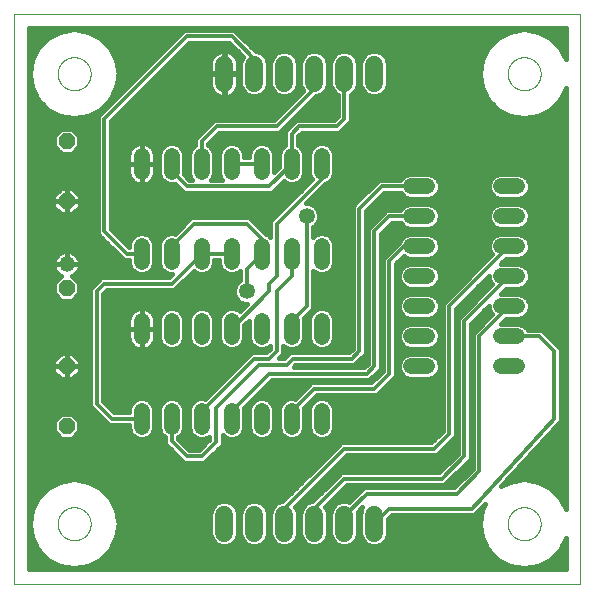
<source format=gtl>
G75*
%MOIN*%
%OFA0B0*%
%FSLAX25Y25*%
%IPPOS*%
%LPD*%
%AMOC8*
5,1,8,0,0,1.08239X$1,22.5*
%
%ADD10C,0.00000*%
%ADD11OC8,0.05200*%
%ADD12C,0.05200*%
%ADD13C,0.05200*%
%ADD14C,0.05937*%
%ADD15C,0.01600*%
%ADD16C,0.01200*%
%ADD17C,0.05315*%
%ADD18C,0.04000*%
D10*
X0001800Y0001800D02*
X0001800Y0191761D01*
X0190501Y0191761D01*
X0190501Y0001800D01*
X0001800Y0001800D01*
X0016288Y0021800D02*
X0016290Y0021948D01*
X0016296Y0022096D01*
X0016306Y0022244D01*
X0016320Y0022391D01*
X0016338Y0022538D01*
X0016359Y0022684D01*
X0016385Y0022830D01*
X0016415Y0022975D01*
X0016448Y0023119D01*
X0016486Y0023262D01*
X0016527Y0023404D01*
X0016572Y0023545D01*
X0016620Y0023685D01*
X0016673Y0023824D01*
X0016729Y0023961D01*
X0016789Y0024096D01*
X0016852Y0024230D01*
X0016919Y0024362D01*
X0016990Y0024492D01*
X0017064Y0024620D01*
X0017141Y0024746D01*
X0017222Y0024870D01*
X0017306Y0024992D01*
X0017393Y0025111D01*
X0017484Y0025228D01*
X0017578Y0025343D01*
X0017674Y0025455D01*
X0017774Y0025565D01*
X0017876Y0025671D01*
X0017982Y0025775D01*
X0018090Y0025876D01*
X0018201Y0025974D01*
X0018314Y0026070D01*
X0018430Y0026162D01*
X0018548Y0026251D01*
X0018669Y0026336D01*
X0018792Y0026419D01*
X0018917Y0026498D01*
X0019044Y0026574D01*
X0019173Y0026646D01*
X0019304Y0026715D01*
X0019437Y0026780D01*
X0019572Y0026841D01*
X0019708Y0026899D01*
X0019845Y0026954D01*
X0019984Y0027004D01*
X0020125Y0027051D01*
X0020266Y0027094D01*
X0020409Y0027134D01*
X0020553Y0027169D01*
X0020697Y0027201D01*
X0020843Y0027228D01*
X0020989Y0027252D01*
X0021136Y0027272D01*
X0021283Y0027288D01*
X0021430Y0027300D01*
X0021578Y0027308D01*
X0021726Y0027312D01*
X0021874Y0027312D01*
X0022022Y0027308D01*
X0022170Y0027300D01*
X0022317Y0027288D01*
X0022464Y0027272D01*
X0022611Y0027252D01*
X0022757Y0027228D01*
X0022903Y0027201D01*
X0023047Y0027169D01*
X0023191Y0027134D01*
X0023334Y0027094D01*
X0023475Y0027051D01*
X0023616Y0027004D01*
X0023755Y0026954D01*
X0023892Y0026899D01*
X0024028Y0026841D01*
X0024163Y0026780D01*
X0024296Y0026715D01*
X0024427Y0026646D01*
X0024556Y0026574D01*
X0024683Y0026498D01*
X0024808Y0026419D01*
X0024931Y0026336D01*
X0025052Y0026251D01*
X0025170Y0026162D01*
X0025286Y0026070D01*
X0025399Y0025974D01*
X0025510Y0025876D01*
X0025618Y0025775D01*
X0025724Y0025671D01*
X0025826Y0025565D01*
X0025926Y0025455D01*
X0026022Y0025343D01*
X0026116Y0025228D01*
X0026207Y0025111D01*
X0026294Y0024992D01*
X0026378Y0024870D01*
X0026459Y0024746D01*
X0026536Y0024620D01*
X0026610Y0024492D01*
X0026681Y0024362D01*
X0026748Y0024230D01*
X0026811Y0024096D01*
X0026871Y0023961D01*
X0026927Y0023824D01*
X0026980Y0023685D01*
X0027028Y0023545D01*
X0027073Y0023404D01*
X0027114Y0023262D01*
X0027152Y0023119D01*
X0027185Y0022975D01*
X0027215Y0022830D01*
X0027241Y0022684D01*
X0027262Y0022538D01*
X0027280Y0022391D01*
X0027294Y0022244D01*
X0027304Y0022096D01*
X0027310Y0021948D01*
X0027312Y0021800D01*
X0027310Y0021652D01*
X0027304Y0021504D01*
X0027294Y0021356D01*
X0027280Y0021209D01*
X0027262Y0021062D01*
X0027241Y0020916D01*
X0027215Y0020770D01*
X0027185Y0020625D01*
X0027152Y0020481D01*
X0027114Y0020338D01*
X0027073Y0020196D01*
X0027028Y0020055D01*
X0026980Y0019915D01*
X0026927Y0019776D01*
X0026871Y0019639D01*
X0026811Y0019504D01*
X0026748Y0019370D01*
X0026681Y0019238D01*
X0026610Y0019108D01*
X0026536Y0018980D01*
X0026459Y0018854D01*
X0026378Y0018730D01*
X0026294Y0018608D01*
X0026207Y0018489D01*
X0026116Y0018372D01*
X0026022Y0018257D01*
X0025926Y0018145D01*
X0025826Y0018035D01*
X0025724Y0017929D01*
X0025618Y0017825D01*
X0025510Y0017724D01*
X0025399Y0017626D01*
X0025286Y0017530D01*
X0025170Y0017438D01*
X0025052Y0017349D01*
X0024931Y0017264D01*
X0024808Y0017181D01*
X0024683Y0017102D01*
X0024556Y0017026D01*
X0024427Y0016954D01*
X0024296Y0016885D01*
X0024163Y0016820D01*
X0024028Y0016759D01*
X0023892Y0016701D01*
X0023755Y0016646D01*
X0023616Y0016596D01*
X0023475Y0016549D01*
X0023334Y0016506D01*
X0023191Y0016466D01*
X0023047Y0016431D01*
X0022903Y0016399D01*
X0022757Y0016372D01*
X0022611Y0016348D01*
X0022464Y0016328D01*
X0022317Y0016312D01*
X0022170Y0016300D01*
X0022022Y0016292D01*
X0021874Y0016288D01*
X0021726Y0016288D01*
X0021578Y0016292D01*
X0021430Y0016300D01*
X0021283Y0016312D01*
X0021136Y0016328D01*
X0020989Y0016348D01*
X0020843Y0016372D01*
X0020697Y0016399D01*
X0020553Y0016431D01*
X0020409Y0016466D01*
X0020266Y0016506D01*
X0020125Y0016549D01*
X0019984Y0016596D01*
X0019845Y0016646D01*
X0019708Y0016701D01*
X0019572Y0016759D01*
X0019437Y0016820D01*
X0019304Y0016885D01*
X0019173Y0016954D01*
X0019044Y0017026D01*
X0018917Y0017102D01*
X0018792Y0017181D01*
X0018669Y0017264D01*
X0018548Y0017349D01*
X0018430Y0017438D01*
X0018314Y0017530D01*
X0018201Y0017626D01*
X0018090Y0017724D01*
X0017982Y0017825D01*
X0017876Y0017929D01*
X0017774Y0018035D01*
X0017674Y0018145D01*
X0017578Y0018257D01*
X0017484Y0018372D01*
X0017393Y0018489D01*
X0017306Y0018608D01*
X0017222Y0018730D01*
X0017141Y0018854D01*
X0017064Y0018980D01*
X0016990Y0019108D01*
X0016919Y0019238D01*
X0016852Y0019370D01*
X0016789Y0019504D01*
X0016729Y0019639D01*
X0016673Y0019776D01*
X0016620Y0019915D01*
X0016572Y0020055D01*
X0016527Y0020196D01*
X0016486Y0020338D01*
X0016448Y0020481D01*
X0016415Y0020625D01*
X0016385Y0020770D01*
X0016359Y0020916D01*
X0016338Y0021062D01*
X0016320Y0021209D01*
X0016306Y0021356D01*
X0016296Y0021504D01*
X0016290Y0021652D01*
X0016288Y0021800D01*
X0016288Y0171800D02*
X0016290Y0171948D01*
X0016296Y0172096D01*
X0016306Y0172244D01*
X0016320Y0172391D01*
X0016338Y0172538D01*
X0016359Y0172684D01*
X0016385Y0172830D01*
X0016415Y0172975D01*
X0016448Y0173119D01*
X0016486Y0173262D01*
X0016527Y0173404D01*
X0016572Y0173545D01*
X0016620Y0173685D01*
X0016673Y0173824D01*
X0016729Y0173961D01*
X0016789Y0174096D01*
X0016852Y0174230D01*
X0016919Y0174362D01*
X0016990Y0174492D01*
X0017064Y0174620D01*
X0017141Y0174746D01*
X0017222Y0174870D01*
X0017306Y0174992D01*
X0017393Y0175111D01*
X0017484Y0175228D01*
X0017578Y0175343D01*
X0017674Y0175455D01*
X0017774Y0175565D01*
X0017876Y0175671D01*
X0017982Y0175775D01*
X0018090Y0175876D01*
X0018201Y0175974D01*
X0018314Y0176070D01*
X0018430Y0176162D01*
X0018548Y0176251D01*
X0018669Y0176336D01*
X0018792Y0176419D01*
X0018917Y0176498D01*
X0019044Y0176574D01*
X0019173Y0176646D01*
X0019304Y0176715D01*
X0019437Y0176780D01*
X0019572Y0176841D01*
X0019708Y0176899D01*
X0019845Y0176954D01*
X0019984Y0177004D01*
X0020125Y0177051D01*
X0020266Y0177094D01*
X0020409Y0177134D01*
X0020553Y0177169D01*
X0020697Y0177201D01*
X0020843Y0177228D01*
X0020989Y0177252D01*
X0021136Y0177272D01*
X0021283Y0177288D01*
X0021430Y0177300D01*
X0021578Y0177308D01*
X0021726Y0177312D01*
X0021874Y0177312D01*
X0022022Y0177308D01*
X0022170Y0177300D01*
X0022317Y0177288D01*
X0022464Y0177272D01*
X0022611Y0177252D01*
X0022757Y0177228D01*
X0022903Y0177201D01*
X0023047Y0177169D01*
X0023191Y0177134D01*
X0023334Y0177094D01*
X0023475Y0177051D01*
X0023616Y0177004D01*
X0023755Y0176954D01*
X0023892Y0176899D01*
X0024028Y0176841D01*
X0024163Y0176780D01*
X0024296Y0176715D01*
X0024427Y0176646D01*
X0024556Y0176574D01*
X0024683Y0176498D01*
X0024808Y0176419D01*
X0024931Y0176336D01*
X0025052Y0176251D01*
X0025170Y0176162D01*
X0025286Y0176070D01*
X0025399Y0175974D01*
X0025510Y0175876D01*
X0025618Y0175775D01*
X0025724Y0175671D01*
X0025826Y0175565D01*
X0025926Y0175455D01*
X0026022Y0175343D01*
X0026116Y0175228D01*
X0026207Y0175111D01*
X0026294Y0174992D01*
X0026378Y0174870D01*
X0026459Y0174746D01*
X0026536Y0174620D01*
X0026610Y0174492D01*
X0026681Y0174362D01*
X0026748Y0174230D01*
X0026811Y0174096D01*
X0026871Y0173961D01*
X0026927Y0173824D01*
X0026980Y0173685D01*
X0027028Y0173545D01*
X0027073Y0173404D01*
X0027114Y0173262D01*
X0027152Y0173119D01*
X0027185Y0172975D01*
X0027215Y0172830D01*
X0027241Y0172684D01*
X0027262Y0172538D01*
X0027280Y0172391D01*
X0027294Y0172244D01*
X0027304Y0172096D01*
X0027310Y0171948D01*
X0027312Y0171800D01*
X0027310Y0171652D01*
X0027304Y0171504D01*
X0027294Y0171356D01*
X0027280Y0171209D01*
X0027262Y0171062D01*
X0027241Y0170916D01*
X0027215Y0170770D01*
X0027185Y0170625D01*
X0027152Y0170481D01*
X0027114Y0170338D01*
X0027073Y0170196D01*
X0027028Y0170055D01*
X0026980Y0169915D01*
X0026927Y0169776D01*
X0026871Y0169639D01*
X0026811Y0169504D01*
X0026748Y0169370D01*
X0026681Y0169238D01*
X0026610Y0169108D01*
X0026536Y0168980D01*
X0026459Y0168854D01*
X0026378Y0168730D01*
X0026294Y0168608D01*
X0026207Y0168489D01*
X0026116Y0168372D01*
X0026022Y0168257D01*
X0025926Y0168145D01*
X0025826Y0168035D01*
X0025724Y0167929D01*
X0025618Y0167825D01*
X0025510Y0167724D01*
X0025399Y0167626D01*
X0025286Y0167530D01*
X0025170Y0167438D01*
X0025052Y0167349D01*
X0024931Y0167264D01*
X0024808Y0167181D01*
X0024683Y0167102D01*
X0024556Y0167026D01*
X0024427Y0166954D01*
X0024296Y0166885D01*
X0024163Y0166820D01*
X0024028Y0166759D01*
X0023892Y0166701D01*
X0023755Y0166646D01*
X0023616Y0166596D01*
X0023475Y0166549D01*
X0023334Y0166506D01*
X0023191Y0166466D01*
X0023047Y0166431D01*
X0022903Y0166399D01*
X0022757Y0166372D01*
X0022611Y0166348D01*
X0022464Y0166328D01*
X0022317Y0166312D01*
X0022170Y0166300D01*
X0022022Y0166292D01*
X0021874Y0166288D01*
X0021726Y0166288D01*
X0021578Y0166292D01*
X0021430Y0166300D01*
X0021283Y0166312D01*
X0021136Y0166328D01*
X0020989Y0166348D01*
X0020843Y0166372D01*
X0020697Y0166399D01*
X0020553Y0166431D01*
X0020409Y0166466D01*
X0020266Y0166506D01*
X0020125Y0166549D01*
X0019984Y0166596D01*
X0019845Y0166646D01*
X0019708Y0166701D01*
X0019572Y0166759D01*
X0019437Y0166820D01*
X0019304Y0166885D01*
X0019173Y0166954D01*
X0019044Y0167026D01*
X0018917Y0167102D01*
X0018792Y0167181D01*
X0018669Y0167264D01*
X0018548Y0167349D01*
X0018430Y0167438D01*
X0018314Y0167530D01*
X0018201Y0167626D01*
X0018090Y0167724D01*
X0017982Y0167825D01*
X0017876Y0167929D01*
X0017774Y0168035D01*
X0017674Y0168145D01*
X0017578Y0168257D01*
X0017484Y0168372D01*
X0017393Y0168489D01*
X0017306Y0168608D01*
X0017222Y0168730D01*
X0017141Y0168854D01*
X0017064Y0168980D01*
X0016990Y0169108D01*
X0016919Y0169238D01*
X0016852Y0169370D01*
X0016789Y0169504D01*
X0016729Y0169639D01*
X0016673Y0169776D01*
X0016620Y0169915D01*
X0016572Y0170055D01*
X0016527Y0170196D01*
X0016486Y0170338D01*
X0016448Y0170481D01*
X0016415Y0170625D01*
X0016385Y0170770D01*
X0016359Y0170916D01*
X0016338Y0171062D01*
X0016320Y0171209D01*
X0016306Y0171356D01*
X0016296Y0171504D01*
X0016290Y0171652D01*
X0016288Y0171800D01*
X0166288Y0171800D02*
X0166290Y0171948D01*
X0166296Y0172096D01*
X0166306Y0172244D01*
X0166320Y0172391D01*
X0166338Y0172538D01*
X0166359Y0172684D01*
X0166385Y0172830D01*
X0166415Y0172975D01*
X0166448Y0173119D01*
X0166486Y0173262D01*
X0166527Y0173404D01*
X0166572Y0173545D01*
X0166620Y0173685D01*
X0166673Y0173824D01*
X0166729Y0173961D01*
X0166789Y0174096D01*
X0166852Y0174230D01*
X0166919Y0174362D01*
X0166990Y0174492D01*
X0167064Y0174620D01*
X0167141Y0174746D01*
X0167222Y0174870D01*
X0167306Y0174992D01*
X0167393Y0175111D01*
X0167484Y0175228D01*
X0167578Y0175343D01*
X0167674Y0175455D01*
X0167774Y0175565D01*
X0167876Y0175671D01*
X0167982Y0175775D01*
X0168090Y0175876D01*
X0168201Y0175974D01*
X0168314Y0176070D01*
X0168430Y0176162D01*
X0168548Y0176251D01*
X0168669Y0176336D01*
X0168792Y0176419D01*
X0168917Y0176498D01*
X0169044Y0176574D01*
X0169173Y0176646D01*
X0169304Y0176715D01*
X0169437Y0176780D01*
X0169572Y0176841D01*
X0169708Y0176899D01*
X0169845Y0176954D01*
X0169984Y0177004D01*
X0170125Y0177051D01*
X0170266Y0177094D01*
X0170409Y0177134D01*
X0170553Y0177169D01*
X0170697Y0177201D01*
X0170843Y0177228D01*
X0170989Y0177252D01*
X0171136Y0177272D01*
X0171283Y0177288D01*
X0171430Y0177300D01*
X0171578Y0177308D01*
X0171726Y0177312D01*
X0171874Y0177312D01*
X0172022Y0177308D01*
X0172170Y0177300D01*
X0172317Y0177288D01*
X0172464Y0177272D01*
X0172611Y0177252D01*
X0172757Y0177228D01*
X0172903Y0177201D01*
X0173047Y0177169D01*
X0173191Y0177134D01*
X0173334Y0177094D01*
X0173475Y0177051D01*
X0173616Y0177004D01*
X0173755Y0176954D01*
X0173892Y0176899D01*
X0174028Y0176841D01*
X0174163Y0176780D01*
X0174296Y0176715D01*
X0174427Y0176646D01*
X0174556Y0176574D01*
X0174683Y0176498D01*
X0174808Y0176419D01*
X0174931Y0176336D01*
X0175052Y0176251D01*
X0175170Y0176162D01*
X0175286Y0176070D01*
X0175399Y0175974D01*
X0175510Y0175876D01*
X0175618Y0175775D01*
X0175724Y0175671D01*
X0175826Y0175565D01*
X0175926Y0175455D01*
X0176022Y0175343D01*
X0176116Y0175228D01*
X0176207Y0175111D01*
X0176294Y0174992D01*
X0176378Y0174870D01*
X0176459Y0174746D01*
X0176536Y0174620D01*
X0176610Y0174492D01*
X0176681Y0174362D01*
X0176748Y0174230D01*
X0176811Y0174096D01*
X0176871Y0173961D01*
X0176927Y0173824D01*
X0176980Y0173685D01*
X0177028Y0173545D01*
X0177073Y0173404D01*
X0177114Y0173262D01*
X0177152Y0173119D01*
X0177185Y0172975D01*
X0177215Y0172830D01*
X0177241Y0172684D01*
X0177262Y0172538D01*
X0177280Y0172391D01*
X0177294Y0172244D01*
X0177304Y0172096D01*
X0177310Y0171948D01*
X0177312Y0171800D01*
X0177310Y0171652D01*
X0177304Y0171504D01*
X0177294Y0171356D01*
X0177280Y0171209D01*
X0177262Y0171062D01*
X0177241Y0170916D01*
X0177215Y0170770D01*
X0177185Y0170625D01*
X0177152Y0170481D01*
X0177114Y0170338D01*
X0177073Y0170196D01*
X0177028Y0170055D01*
X0176980Y0169915D01*
X0176927Y0169776D01*
X0176871Y0169639D01*
X0176811Y0169504D01*
X0176748Y0169370D01*
X0176681Y0169238D01*
X0176610Y0169108D01*
X0176536Y0168980D01*
X0176459Y0168854D01*
X0176378Y0168730D01*
X0176294Y0168608D01*
X0176207Y0168489D01*
X0176116Y0168372D01*
X0176022Y0168257D01*
X0175926Y0168145D01*
X0175826Y0168035D01*
X0175724Y0167929D01*
X0175618Y0167825D01*
X0175510Y0167724D01*
X0175399Y0167626D01*
X0175286Y0167530D01*
X0175170Y0167438D01*
X0175052Y0167349D01*
X0174931Y0167264D01*
X0174808Y0167181D01*
X0174683Y0167102D01*
X0174556Y0167026D01*
X0174427Y0166954D01*
X0174296Y0166885D01*
X0174163Y0166820D01*
X0174028Y0166759D01*
X0173892Y0166701D01*
X0173755Y0166646D01*
X0173616Y0166596D01*
X0173475Y0166549D01*
X0173334Y0166506D01*
X0173191Y0166466D01*
X0173047Y0166431D01*
X0172903Y0166399D01*
X0172757Y0166372D01*
X0172611Y0166348D01*
X0172464Y0166328D01*
X0172317Y0166312D01*
X0172170Y0166300D01*
X0172022Y0166292D01*
X0171874Y0166288D01*
X0171726Y0166288D01*
X0171578Y0166292D01*
X0171430Y0166300D01*
X0171283Y0166312D01*
X0171136Y0166328D01*
X0170989Y0166348D01*
X0170843Y0166372D01*
X0170697Y0166399D01*
X0170553Y0166431D01*
X0170409Y0166466D01*
X0170266Y0166506D01*
X0170125Y0166549D01*
X0169984Y0166596D01*
X0169845Y0166646D01*
X0169708Y0166701D01*
X0169572Y0166759D01*
X0169437Y0166820D01*
X0169304Y0166885D01*
X0169173Y0166954D01*
X0169044Y0167026D01*
X0168917Y0167102D01*
X0168792Y0167181D01*
X0168669Y0167264D01*
X0168548Y0167349D01*
X0168430Y0167438D01*
X0168314Y0167530D01*
X0168201Y0167626D01*
X0168090Y0167724D01*
X0167982Y0167825D01*
X0167876Y0167929D01*
X0167774Y0168035D01*
X0167674Y0168145D01*
X0167578Y0168257D01*
X0167484Y0168372D01*
X0167393Y0168489D01*
X0167306Y0168608D01*
X0167222Y0168730D01*
X0167141Y0168854D01*
X0167064Y0168980D01*
X0166990Y0169108D01*
X0166919Y0169238D01*
X0166852Y0169370D01*
X0166789Y0169504D01*
X0166729Y0169639D01*
X0166673Y0169776D01*
X0166620Y0169915D01*
X0166572Y0170055D01*
X0166527Y0170196D01*
X0166486Y0170338D01*
X0166448Y0170481D01*
X0166415Y0170625D01*
X0166385Y0170770D01*
X0166359Y0170916D01*
X0166338Y0171062D01*
X0166320Y0171209D01*
X0166306Y0171356D01*
X0166296Y0171504D01*
X0166290Y0171652D01*
X0166288Y0171800D01*
X0166288Y0021800D02*
X0166290Y0021948D01*
X0166296Y0022096D01*
X0166306Y0022244D01*
X0166320Y0022391D01*
X0166338Y0022538D01*
X0166359Y0022684D01*
X0166385Y0022830D01*
X0166415Y0022975D01*
X0166448Y0023119D01*
X0166486Y0023262D01*
X0166527Y0023404D01*
X0166572Y0023545D01*
X0166620Y0023685D01*
X0166673Y0023824D01*
X0166729Y0023961D01*
X0166789Y0024096D01*
X0166852Y0024230D01*
X0166919Y0024362D01*
X0166990Y0024492D01*
X0167064Y0024620D01*
X0167141Y0024746D01*
X0167222Y0024870D01*
X0167306Y0024992D01*
X0167393Y0025111D01*
X0167484Y0025228D01*
X0167578Y0025343D01*
X0167674Y0025455D01*
X0167774Y0025565D01*
X0167876Y0025671D01*
X0167982Y0025775D01*
X0168090Y0025876D01*
X0168201Y0025974D01*
X0168314Y0026070D01*
X0168430Y0026162D01*
X0168548Y0026251D01*
X0168669Y0026336D01*
X0168792Y0026419D01*
X0168917Y0026498D01*
X0169044Y0026574D01*
X0169173Y0026646D01*
X0169304Y0026715D01*
X0169437Y0026780D01*
X0169572Y0026841D01*
X0169708Y0026899D01*
X0169845Y0026954D01*
X0169984Y0027004D01*
X0170125Y0027051D01*
X0170266Y0027094D01*
X0170409Y0027134D01*
X0170553Y0027169D01*
X0170697Y0027201D01*
X0170843Y0027228D01*
X0170989Y0027252D01*
X0171136Y0027272D01*
X0171283Y0027288D01*
X0171430Y0027300D01*
X0171578Y0027308D01*
X0171726Y0027312D01*
X0171874Y0027312D01*
X0172022Y0027308D01*
X0172170Y0027300D01*
X0172317Y0027288D01*
X0172464Y0027272D01*
X0172611Y0027252D01*
X0172757Y0027228D01*
X0172903Y0027201D01*
X0173047Y0027169D01*
X0173191Y0027134D01*
X0173334Y0027094D01*
X0173475Y0027051D01*
X0173616Y0027004D01*
X0173755Y0026954D01*
X0173892Y0026899D01*
X0174028Y0026841D01*
X0174163Y0026780D01*
X0174296Y0026715D01*
X0174427Y0026646D01*
X0174556Y0026574D01*
X0174683Y0026498D01*
X0174808Y0026419D01*
X0174931Y0026336D01*
X0175052Y0026251D01*
X0175170Y0026162D01*
X0175286Y0026070D01*
X0175399Y0025974D01*
X0175510Y0025876D01*
X0175618Y0025775D01*
X0175724Y0025671D01*
X0175826Y0025565D01*
X0175926Y0025455D01*
X0176022Y0025343D01*
X0176116Y0025228D01*
X0176207Y0025111D01*
X0176294Y0024992D01*
X0176378Y0024870D01*
X0176459Y0024746D01*
X0176536Y0024620D01*
X0176610Y0024492D01*
X0176681Y0024362D01*
X0176748Y0024230D01*
X0176811Y0024096D01*
X0176871Y0023961D01*
X0176927Y0023824D01*
X0176980Y0023685D01*
X0177028Y0023545D01*
X0177073Y0023404D01*
X0177114Y0023262D01*
X0177152Y0023119D01*
X0177185Y0022975D01*
X0177215Y0022830D01*
X0177241Y0022684D01*
X0177262Y0022538D01*
X0177280Y0022391D01*
X0177294Y0022244D01*
X0177304Y0022096D01*
X0177310Y0021948D01*
X0177312Y0021800D01*
X0177310Y0021652D01*
X0177304Y0021504D01*
X0177294Y0021356D01*
X0177280Y0021209D01*
X0177262Y0021062D01*
X0177241Y0020916D01*
X0177215Y0020770D01*
X0177185Y0020625D01*
X0177152Y0020481D01*
X0177114Y0020338D01*
X0177073Y0020196D01*
X0177028Y0020055D01*
X0176980Y0019915D01*
X0176927Y0019776D01*
X0176871Y0019639D01*
X0176811Y0019504D01*
X0176748Y0019370D01*
X0176681Y0019238D01*
X0176610Y0019108D01*
X0176536Y0018980D01*
X0176459Y0018854D01*
X0176378Y0018730D01*
X0176294Y0018608D01*
X0176207Y0018489D01*
X0176116Y0018372D01*
X0176022Y0018257D01*
X0175926Y0018145D01*
X0175826Y0018035D01*
X0175724Y0017929D01*
X0175618Y0017825D01*
X0175510Y0017724D01*
X0175399Y0017626D01*
X0175286Y0017530D01*
X0175170Y0017438D01*
X0175052Y0017349D01*
X0174931Y0017264D01*
X0174808Y0017181D01*
X0174683Y0017102D01*
X0174556Y0017026D01*
X0174427Y0016954D01*
X0174296Y0016885D01*
X0174163Y0016820D01*
X0174028Y0016759D01*
X0173892Y0016701D01*
X0173755Y0016646D01*
X0173616Y0016596D01*
X0173475Y0016549D01*
X0173334Y0016506D01*
X0173191Y0016466D01*
X0173047Y0016431D01*
X0172903Y0016399D01*
X0172757Y0016372D01*
X0172611Y0016348D01*
X0172464Y0016328D01*
X0172317Y0016312D01*
X0172170Y0016300D01*
X0172022Y0016292D01*
X0171874Y0016288D01*
X0171726Y0016288D01*
X0171578Y0016292D01*
X0171430Y0016300D01*
X0171283Y0016312D01*
X0171136Y0016328D01*
X0170989Y0016348D01*
X0170843Y0016372D01*
X0170697Y0016399D01*
X0170553Y0016431D01*
X0170409Y0016466D01*
X0170266Y0016506D01*
X0170125Y0016549D01*
X0169984Y0016596D01*
X0169845Y0016646D01*
X0169708Y0016701D01*
X0169572Y0016759D01*
X0169437Y0016820D01*
X0169304Y0016885D01*
X0169173Y0016954D01*
X0169044Y0017026D01*
X0168917Y0017102D01*
X0168792Y0017181D01*
X0168669Y0017264D01*
X0168548Y0017349D01*
X0168430Y0017438D01*
X0168314Y0017530D01*
X0168201Y0017626D01*
X0168090Y0017724D01*
X0167982Y0017825D01*
X0167876Y0017929D01*
X0167774Y0018035D01*
X0167674Y0018145D01*
X0167578Y0018257D01*
X0167484Y0018372D01*
X0167393Y0018489D01*
X0167306Y0018608D01*
X0167222Y0018730D01*
X0167141Y0018854D01*
X0167064Y0018980D01*
X0166990Y0019108D01*
X0166919Y0019238D01*
X0166852Y0019370D01*
X0166789Y0019504D01*
X0166729Y0019639D01*
X0166673Y0019776D01*
X0166620Y0019915D01*
X0166572Y0020055D01*
X0166527Y0020196D01*
X0166486Y0020338D01*
X0166448Y0020481D01*
X0166415Y0020625D01*
X0166385Y0020770D01*
X0166359Y0020916D01*
X0166338Y0021062D01*
X0166320Y0021209D01*
X0166306Y0021356D01*
X0166296Y0021504D01*
X0166290Y0021652D01*
X0166288Y0021800D01*
D11*
X0019300Y0054300D03*
X0019300Y0074300D03*
X0019300Y0100300D03*
X0019300Y0129300D03*
X0019300Y0149300D03*
D12*
X0044300Y0144400D02*
X0044300Y0139200D01*
X0054300Y0139200D02*
X0054300Y0144400D01*
X0064300Y0144400D02*
X0064300Y0139200D01*
X0074300Y0139200D02*
X0074300Y0144400D01*
X0084300Y0144400D02*
X0084300Y0139200D01*
X0094300Y0139200D02*
X0094300Y0144400D01*
X0104300Y0144400D02*
X0104300Y0139200D01*
X0104300Y0114400D02*
X0104300Y0109200D01*
X0094300Y0109200D02*
X0094300Y0114400D01*
X0084300Y0114400D02*
X0084300Y0109200D01*
X0074300Y0109200D02*
X0074300Y0114400D01*
X0064300Y0114400D02*
X0064300Y0109200D01*
X0054300Y0109200D02*
X0054300Y0114400D01*
X0044300Y0114400D02*
X0044300Y0109200D01*
X0044300Y0089400D02*
X0044300Y0084200D01*
X0054300Y0084200D02*
X0054300Y0089400D01*
X0064300Y0089400D02*
X0064300Y0084200D01*
X0074300Y0084200D02*
X0074300Y0089400D01*
X0084300Y0089400D02*
X0084300Y0084200D01*
X0094300Y0084200D02*
X0094300Y0089400D01*
X0104300Y0089400D02*
X0104300Y0084200D01*
X0104300Y0059400D02*
X0104300Y0054200D01*
X0094300Y0054200D02*
X0094300Y0059400D01*
X0084300Y0059400D02*
X0084300Y0054200D01*
X0074300Y0054200D02*
X0074300Y0059400D01*
X0064300Y0059400D02*
X0064300Y0054200D01*
X0054300Y0054200D02*
X0054300Y0059400D01*
X0044300Y0059400D02*
X0044300Y0054200D01*
X0134200Y0074300D02*
X0139400Y0074300D01*
X0139400Y0084300D02*
X0134200Y0084300D01*
X0134200Y0094300D02*
X0139400Y0094300D01*
X0139400Y0104300D02*
X0134200Y0104300D01*
X0134200Y0114300D02*
X0139400Y0114300D01*
X0139400Y0124300D02*
X0134200Y0124300D01*
X0134200Y0134300D02*
X0139400Y0134300D01*
X0164200Y0134300D02*
X0169400Y0134300D01*
X0169400Y0124300D02*
X0164200Y0124300D01*
X0164200Y0114300D02*
X0169400Y0114300D01*
X0169400Y0104300D02*
X0164200Y0104300D01*
X0164200Y0094300D02*
X0169400Y0094300D01*
X0169400Y0084300D02*
X0164200Y0084300D01*
X0164200Y0074300D02*
X0169400Y0074300D01*
D13*
X0019300Y0108300D03*
D14*
X0071800Y0168831D02*
X0071800Y0174769D01*
X0081800Y0174769D02*
X0081800Y0168831D01*
X0091800Y0168831D02*
X0091800Y0174769D01*
X0101800Y0174769D02*
X0101800Y0168831D01*
X0111800Y0168831D02*
X0111800Y0174769D01*
X0121800Y0174769D02*
X0121800Y0168831D01*
X0121800Y0024769D02*
X0121800Y0018831D01*
X0111800Y0018831D02*
X0111800Y0024769D01*
X0101800Y0024769D02*
X0101800Y0018831D01*
X0091800Y0018831D02*
X0091800Y0024769D01*
X0081800Y0024769D02*
X0081800Y0018831D01*
X0071800Y0018831D02*
X0071800Y0024769D01*
D15*
X0070017Y0028975D02*
X0034550Y0028975D01*
X0033773Y0030499D02*
X0033773Y0030499D01*
X0030499Y0033773D01*
X0026373Y0035876D01*
X0021800Y0036600D01*
X0017227Y0035876D01*
X0017227Y0035876D01*
X0013101Y0033773D01*
X0009827Y0030499D01*
X0007724Y0026373D01*
X0007000Y0021800D01*
X0007724Y0017227D01*
X0009827Y0013101D01*
X0009827Y0013101D01*
X0013101Y0009827D01*
X0017227Y0007724D01*
X0021800Y0007000D01*
X0026373Y0007724D01*
X0026373Y0007724D01*
X0030499Y0009827D01*
X0033773Y0013101D01*
X0035876Y0017227D01*
X0036600Y0021800D01*
X0035876Y0026373D01*
X0035876Y0026373D01*
X0033773Y0030499D01*
X0033699Y0030573D02*
X0092462Y0030573D01*
X0091226Y0029337D02*
X0090891Y0029337D01*
X0089212Y0028641D01*
X0087927Y0027356D01*
X0087231Y0025677D01*
X0087231Y0017923D01*
X0087927Y0016244D01*
X0089212Y0014959D01*
X0090891Y0014263D01*
X0092709Y0014263D01*
X0094388Y0014959D01*
X0095673Y0016244D01*
X0096368Y0017923D01*
X0096368Y0025677D01*
X0095673Y0027356D01*
X0095570Y0027459D01*
X0112711Y0044600D01*
X0142711Y0044600D01*
X0147711Y0049600D01*
X0149000Y0050889D01*
X0149000Y0093389D01*
X0160000Y0104389D01*
X0160000Y0103465D01*
X0160639Y0101921D01*
X0160975Y0101586D01*
X0149600Y0090211D01*
X0149600Y0045211D01*
X0143389Y0039000D01*
X0110889Y0039000D01*
X0109600Y0037711D01*
X0101226Y0029337D01*
X0100891Y0029337D01*
X0099212Y0028641D01*
X0097927Y0027356D01*
X0097231Y0025677D01*
X0097231Y0017923D01*
X0097927Y0016244D01*
X0099212Y0014959D01*
X0100891Y0014263D01*
X0102709Y0014263D01*
X0104388Y0014959D01*
X0105673Y0016244D01*
X0106368Y0017923D01*
X0106368Y0025677D01*
X0105673Y0027356D01*
X0105570Y0027459D01*
X0112711Y0034600D01*
X0145211Y0034600D01*
X0152711Y0042100D01*
X0154000Y0043389D01*
X0154000Y0088389D01*
X0160000Y0094389D01*
X0160000Y0093465D01*
X0160639Y0091921D01*
X0160975Y0091586D01*
X0154600Y0085211D01*
X0154600Y0040211D01*
X0148389Y0034000D01*
X0118389Y0034000D01*
X0117100Y0032711D01*
X0113428Y0029039D01*
X0112709Y0029337D01*
X0110891Y0029337D01*
X0109212Y0028641D01*
X0107927Y0027356D01*
X0107231Y0025677D01*
X0107231Y0017923D01*
X0107927Y0016244D01*
X0109212Y0014959D01*
X0110891Y0014263D01*
X0112709Y0014263D01*
X0114388Y0014959D01*
X0115673Y0016244D01*
X0116368Y0017923D01*
X0116368Y0025677D01*
X0116345Y0025734D01*
X0117898Y0027287D01*
X0117231Y0025677D01*
X0117231Y0017923D01*
X0117927Y0016244D01*
X0119212Y0014959D01*
X0120891Y0014263D01*
X0122709Y0014263D01*
X0124388Y0014959D01*
X0125673Y0016244D01*
X0126368Y0017923D01*
X0126368Y0023257D01*
X0127711Y0024600D01*
X0153444Y0024600D01*
X0153485Y0024562D01*
X0154348Y0024600D01*
X0155211Y0024600D01*
X0155251Y0024639D01*
X0155306Y0024642D01*
X0155889Y0025278D01*
X0156500Y0025889D01*
X0156500Y0025944D01*
X0158764Y0028414D01*
X0157724Y0026373D01*
X0157000Y0021800D01*
X0157000Y0021800D01*
X0157724Y0017227D01*
X0159827Y0013101D01*
X0159827Y0013101D01*
X0163101Y0009827D01*
X0167227Y0007724D01*
X0171800Y0007000D01*
X0176373Y0007724D01*
X0176373Y0007724D01*
X0180499Y0009827D01*
X0183773Y0013101D01*
X0185701Y0016883D01*
X0185701Y0006600D01*
X0006600Y0006600D01*
X0006600Y0186961D01*
X0185701Y0186961D01*
X0185701Y0176717D01*
X0183773Y0180499D01*
X0180499Y0183773D01*
X0176373Y0185876D01*
X0171800Y0186600D01*
X0167227Y0185876D01*
X0167227Y0185876D01*
X0163101Y0183773D01*
X0163101Y0183773D01*
X0159827Y0180499D01*
X0157724Y0176373D01*
X0157000Y0171800D01*
X0157000Y0171800D01*
X0157724Y0167227D01*
X0159827Y0163101D01*
X0159827Y0163101D01*
X0163101Y0159827D01*
X0167227Y0157724D01*
X0171800Y0157000D01*
X0176373Y0157724D01*
X0176373Y0157724D01*
X0180499Y0159827D01*
X0183773Y0163101D01*
X0185701Y0166883D01*
X0185701Y0026717D01*
X0183773Y0030499D01*
X0180499Y0033773D01*
X0176373Y0035876D01*
X0171800Y0036600D01*
X0167227Y0035876D01*
X0167227Y0035876D01*
X0164182Y0034324D01*
X0183389Y0055278D01*
X0184000Y0055889D01*
X0184000Y0055944D01*
X0184037Y0055985D01*
X0184000Y0056848D01*
X0184000Y0080211D01*
X0179000Y0085211D01*
X0177711Y0086500D01*
X0173035Y0086500D01*
X0172961Y0086679D01*
X0171779Y0087861D01*
X0170235Y0088500D01*
X0164111Y0088500D01*
X0165711Y0090100D01*
X0170235Y0090100D01*
X0171779Y0090739D01*
X0172961Y0091921D01*
X0173600Y0093465D01*
X0173600Y0095135D01*
X0172961Y0096679D01*
X0171779Y0097861D01*
X0170235Y0098500D01*
X0164111Y0098500D01*
X0165711Y0100100D01*
X0170235Y0100100D01*
X0171779Y0100739D01*
X0172961Y0101921D01*
X0173600Y0103465D01*
X0173600Y0105135D01*
X0172961Y0106679D01*
X0171779Y0107861D01*
X0170235Y0108500D01*
X0164111Y0108500D01*
X0165711Y0110100D01*
X0170235Y0110100D01*
X0171779Y0110739D01*
X0172961Y0111921D01*
X0173600Y0113465D01*
X0173600Y0115135D01*
X0172961Y0116679D01*
X0171779Y0117861D01*
X0170235Y0118500D01*
X0163365Y0118500D01*
X0161821Y0117861D01*
X0160639Y0116679D01*
X0160000Y0115135D01*
X0160000Y0113465D01*
X0160639Y0111921D01*
X0160975Y0111586D01*
X0144600Y0095211D01*
X0144600Y0052711D01*
X0140889Y0049000D01*
X0110889Y0049000D01*
X0109600Y0047711D01*
X0091226Y0029337D01*
X0090017Y0028975D02*
X0083583Y0028975D01*
X0084388Y0028641D02*
X0082709Y0029337D01*
X0080891Y0029337D01*
X0079212Y0028641D01*
X0077927Y0027356D01*
X0077231Y0025677D01*
X0077231Y0017923D01*
X0077927Y0016244D01*
X0079212Y0014959D01*
X0080891Y0014263D01*
X0082709Y0014263D01*
X0084388Y0014959D01*
X0085673Y0016244D01*
X0086368Y0017923D01*
X0086368Y0025677D01*
X0085673Y0027356D01*
X0084388Y0028641D01*
X0085653Y0027376D02*
X0087947Y0027376D01*
X0087273Y0025778D02*
X0086327Y0025778D01*
X0086368Y0024179D02*
X0087231Y0024179D01*
X0087231Y0022581D02*
X0086368Y0022581D01*
X0086368Y0020982D02*
X0087231Y0020982D01*
X0087231Y0019384D02*
X0086368Y0019384D01*
X0086311Y0017785D02*
X0087288Y0017785D01*
X0087984Y0016187D02*
X0085616Y0016187D01*
X0083494Y0014588D02*
X0090106Y0014588D01*
X0093494Y0014588D02*
X0100106Y0014588D01*
X0097984Y0016187D02*
X0095616Y0016187D01*
X0096311Y0017785D02*
X0097288Y0017785D01*
X0097231Y0019384D02*
X0096368Y0019384D01*
X0096368Y0020982D02*
X0097231Y0020982D01*
X0097231Y0022581D02*
X0096368Y0022581D01*
X0096368Y0024179D02*
X0097231Y0024179D01*
X0097273Y0025778D02*
X0096327Y0025778D01*
X0095653Y0027376D02*
X0097947Y0027376D01*
X0097086Y0028975D02*
X0100017Y0028975D01*
X0098684Y0030573D02*
X0102462Y0030573D01*
X0104060Y0032172D02*
X0100283Y0032172D01*
X0101881Y0033770D02*
X0105659Y0033770D01*
X0107257Y0035369D02*
X0103480Y0035369D01*
X0105079Y0036967D02*
X0108856Y0036967D01*
X0110454Y0038566D02*
X0106677Y0038566D01*
X0108276Y0040164D02*
X0144553Y0040164D01*
X0146152Y0041763D02*
X0109874Y0041763D01*
X0111473Y0043361D02*
X0147750Y0043361D01*
X0149349Y0044960D02*
X0143071Y0044960D01*
X0144670Y0046558D02*
X0149600Y0046558D01*
X0149600Y0048157D02*
X0146268Y0048157D01*
X0147867Y0049755D02*
X0149600Y0049755D01*
X0149600Y0051354D02*
X0149000Y0051354D01*
X0149000Y0052952D02*
X0149600Y0052952D01*
X0149600Y0054551D02*
X0149000Y0054551D01*
X0149000Y0056149D02*
X0149600Y0056149D01*
X0149600Y0057748D02*
X0149000Y0057748D01*
X0149000Y0059346D02*
X0149600Y0059346D01*
X0149600Y0060945D02*
X0149000Y0060945D01*
X0149000Y0062543D02*
X0149600Y0062543D01*
X0149600Y0064142D02*
X0149000Y0064142D01*
X0149000Y0065740D02*
X0149600Y0065740D01*
X0149600Y0067339D02*
X0149000Y0067339D01*
X0149000Y0068937D02*
X0149600Y0068937D01*
X0149600Y0070536D02*
X0149000Y0070536D01*
X0149000Y0072134D02*
X0149600Y0072134D01*
X0149600Y0073733D02*
X0149000Y0073733D01*
X0149000Y0075332D02*
X0149600Y0075332D01*
X0149600Y0076930D02*
X0149000Y0076930D01*
X0149000Y0078529D02*
X0149600Y0078529D01*
X0149600Y0080127D02*
X0149000Y0080127D01*
X0149000Y0081726D02*
X0149600Y0081726D01*
X0149600Y0083324D02*
X0149000Y0083324D01*
X0149000Y0084923D02*
X0149600Y0084923D01*
X0149600Y0086521D02*
X0149000Y0086521D01*
X0149000Y0088120D02*
X0149600Y0088120D01*
X0149600Y0089718D02*
X0149000Y0089718D01*
X0149000Y0091317D02*
X0150705Y0091317D01*
X0152304Y0092915D02*
X0149000Y0092915D01*
X0150125Y0094514D02*
X0153902Y0094514D01*
X0155501Y0096112D02*
X0151723Y0096112D01*
X0153322Y0097711D02*
X0157099Y0097711D01*
X0158698Y0099309D02*
X0154920Y0099309D01*
X0156519Y0100908D02*
X0160296Y0100908D01*
X0160397Y0102506D02*
X0158117Y0102506D01*
X0159716Y0104105D02*
X0160000Y0104105D01*
X0156690Y0107302D02*
X0142338Y0107302D01*
X0141779Y0107861D02*
X0140235Y0108500D01*
X0133365Y0108500D01*
X0131821Y0107861D01*
X0130639Y0106679D01*
X0130000Y0105135D01*
X0130000Y0103465D01*
X0130639Y0101921D01*
X0131821Y0100739D01*
X0133365Y0100100D01*
X0140235Y0100100D01*
X0141779Y0100739D01*
X0142961Y0101921D01*
X0143600Y0103465D01*
X0143600Y0105135D01*
X0142961Y0106679D01*
X0141779Y0107861D01*
X0143365Y0105703D02*
X0155092Y0105703D01*
X0153493Y0104105D02*
X0143600Y0104105D01*
X0143203Y0102506D02*
X0151895Y0102506D01*
X0150296Y0100908D02*
X0141947Y0100908D01*
X0140235Y0098500D02*
X0141779Y0097861D01*
X0142961Y0096679D01*
X0143600Y0095135D01*
X0143600Y0093465D01*
X0142961Y0091921D01*
X0141779Y0090739D01*
X0140235Y0090100D01*
X0133365Y0090100D01*
X0131821Y0090739D01*
X0130639Y0091921D01*
X0130000Y0093465D01*
X0130000Y0095135D01*
X0130639Y0096679D01*
X0131821Y0097861D01*
X0133365Y0098500D01*
X0140235Y0098500D01*
X0141929Y0097711D02*
X0147099Y0097711D01*
X0145501Y0096112D02*
X0143195Y0096112D01*
X0143600Y0094514D02*
X0144600Y0094514D01*
X0144600Y0092915D02*
X0143372Y0092915D01*
X0142356Y0091317D02*
X0144600Y0091317D01*
X0144600Y0089718D02*
X0129000Y0089718D01*
X0129000Y0088120D02*
X0132446Y0088120D01*
X0131821Y0087861D02*
X0130639Y0086679D01*
X0130000Y0085135D01*
X0130000Y0083465D01*
X0130639Y0081921D01*
X0131821Y0080739D01*
X0133365Y0080100D01*
X0140235Y0080100D01*
X0141779Y0080739D01*
X0142961Y0081921D01*
X0143600Y0083465D01*
X0143600Y0085135D01*
X0142961Y0086679D01*
X0141779Y0087861D01*
X0140235Y0088500D01*
X0133365Y0088500D01*
X0131821Y0087861D01*
X0130574Y0086521D02*
X0129000Y0086521D01*
X0129000Y0084923D02*
X0130000Y0084923D01*
X0130058Y0083324D02*
X0129000Y0083324D01*
X0129000Y0081726D02*
X0130835Y0081726D01*
X0129000Y0080127D02*
X0133299Y0080127D01*
X0133365Y0078500D02*
X0131821Y0077861D01*
X0130639Y0076679D01*
X0130000Y0075135D01*
X0130000Y0073465D01*
X0130639Y0071921D01*
X0131821Y0070739D01*
X0133365Y0070100D01*
X0140235Y0070100D01*
X0141779Y0070739D01*
X0142961Y0071921D01*
X0143600Y0073465D01*
X0143600Y0075135D01*
X0142961Y0076679D01*
X0141779Y0077861D01*
X0140235Y0078500D01*
X0133365Y0078500D01*
X0130890Y0076930D02*
X0129000Y0076930D01*
X0129000Y0075332D02*
X0130081Y0075332D01*
X0130000Y0073733D02*
X0129000Y0073733D01*
X0129000Y0072134D02*
X0130551Y0072134D01*
X0129000Y0070889D02*
X0129000Y0108389D01*
X0131586Y0110975D01*
X0131821Y0110739D01*
X0133365Y0110100D01*
X0140235Y0110100D01*
X0141779Y0110739D01*
X0142961Y0111921D01*
X0143600Y0113465D01*
X0143600Y0115135D01*
X0142961Y0116679D01*
X0141779Y0117861D01*
X0140235Y0118500D01*
X0133365Y0118500D01*
X0131821Y0117861D01*
X0130639Y0116679D01*
X0130336Y0115948D01*
X0129600Y0115211D01*
X0124600Y0110211D01*
X0124600Y0072711D01*
X0120889Y0069000D01*
X0100889Y0069000D01*
X0099600Y0067711D01*
X0095385Y0063497D01*
X0095135Y0063600D01*
X0093465Y0063600D01*
X0091921Y0062961D01*
X0090739Y0061779D01*
X0090100Y0060235D01*
X0090100Y0053365D01*
X0090739Y0051821D01*
X0091921Y0050639D01*
X0093465Y0050000D01*
X0095135Y0050000D01*
X0096679Y0050639D01*
X0097861Y0051821D01*
X0098500Y0053365D01*
X0098500Y0060235D01*
X0098455Y0060344D01*
X0102711Y0064600D01*
X0122711Y0064600D01*
X0127711Y0069600D01*
X0129000Y0070889D01*
X0128647Y0070536D02*
X0132312Y0070536D01*
X0127049Y0068937D02*
X0144600Y0068937D01*
X0144600Y0067339D02*
X0125450Y0067339D01*
X0123852Y0065740D02*
X0144600Y0065740D01*
X0144600Y0064142D02*
X0102253Y0064142D01*
X0101921Y0062961D02*
X0100739Y0061779D01*
X0100100Y0060235D01*
X0100100Y0053365D01*
X0100739Y0051821D01*
X0101921Y0050639D01*
X0103465Y0050000D01*
X0105135Y0050000D01*
X0106679Y0050639D01*
X0107861Y0051821D01*
X0108500Y0053365D01*
X0108500Y0060235D01*
X0107861Y0061779D01*
X0106679Y0062961D01*
X0105135Y0063600D01*
X0103465Y0063600D01*
X0101921Y0062961D01*
X0101504Y0062543D02*
X0100655Y0062543D01*
X0100394Y0060945D02*
X0099056Y0060945D01*
X0098500Y0059346D02*
X0100100Y0059346D01*
X0100100Y0057748D02*
X0098500Y0057748D01*
X0098500Y0056149D02*
X0100100Y0056149D01*
X0100100Y0054551D02*
X0098500Y0054551D01*
X0098329Y0052952D02*
X0100271Y0052952D01*
X0101206Y0051354D02*
X0097394Y0051354D01*
X0091206Y0051354D02*
X0087394Y0051354D01*
X0087861Y0051821D02*
X0088500Y0053365D01*
X0088500Y0060235D01*
X0087861Y0061779D01*
X0086679Y0062961D01*
X0085135Y0063600D01*
X0083465Y0063600D01*
X0081921Y0062961D01*
X0080739Y0061779D01*
X0080100Y0060235D01*
X0080100Y0053365D01*
X0080739Y0051821D01*
X0081921Y0050639D01*
X0083465Y0050000D01*
X0085135Y0050000D01*
X0086679Y0050639D01*
X0087861Y0051821D01*
X0088329Y0052952D02*
X0090271Y0052952D01*
X0090100Y0054551D02*
X0088500Y0054551D01*
X0088500Y0056149D02*
X0090100Y0056149D01*
X0090100Y0057748D02*
X0088500Y0057748D01*
X0088500Y0059346D02*
X0090100Y0059346D01*
X0090394Y0060945D02*
X0088206Y0060945D01*
X0087096Y0062543D02*
X0091504Y0062543D01*
X0096031Y0064142D02*
X0082253Y0064142D01*
X0081504Y0062543D02*
X0080655Y0062543D01*
X0080394Y0060945D02*
X0079056Y0060945D01*
X0078455Y0060344D02*
X0087711Y0069600D01*
X0120211Y0069600D01*
X0122711Y0072100D01*
X0124000Y0073389D01*
X0124000Y0118389D01*
X0127711Y0122100D01*
X0130565Y0122100D01*
X0130639Y0121921D01*
X0131821Y0120739D01*
X0133365Y0120100D01*
X0140235Y0120100D01*
X0141779Y0120739D01*
X0142961Y0121921D01*
X0143600Y0123465D01*
X0143600Y0125135D01*
X0142961Y0126679D01*
X0141779Y0127861D01*
X0140235Y0128500D01*
X0133365Y0128500D01*
X0131821Y0127861D01*
X0130639Y0126679D01*
X0130565Y0126500D01*
X0125889Y0126500D01*
X0124600Y0125211D01*
X0119600Y0120211D01*
X0119600Y0075211D01*
X0118389Y0074000D01*
X0094940Y0074000D01*
X0095540Y0074600D01*
X0115211Y0074600D01*
X0116500Y0075889D01*
X0117711Y0077100D01*
X0119000Y0078389D01*
X0119000Y0125889D01*
X0125211Y0132100D01*
X0130565Y0132100D01*
X0130639Y0131921D01*
X0131821Y0130739D01*
X0133365Y0130100D01*
X0140235Y0130100D01*
X0141779Y0130739D01*
X0142961Y0131921D01*
X0143600Y0133465D01*
X0143600Y0135135D01*
X0142961Y0136679D01*
X0141779Y0137861D01*
X0140235Y0138500D01*
X0133365Y0138500D01*
X0131821Y0137861D01*
X0130639Y0136679D01*
X0130565Y0136500D01*
X0123389Y0136500D01*
X0115889Y0129000D01*
X0115889Y0129000D01*
X0114600Y0127711D01*
X0114600Y0080211D01*
X0113389Y0079000D01*
X0093717Y0079000D01*
X0092428Y0077711D01*
X0091717Y0077000D01*
X0090111Y0077000D01*
X0090211Y0077100D01*
X0091500Y0078389D01*
X0091500Y0081060D01*
X0091921Y0080639D01*
X0093465Y0080000D01*
X0095135Y0080000D01*
X0096679Y0080639D01*
X0097861Y0081821D01*
X0098500Y0083365D01*
X0098500Y0090235D01*
X0098455Y0090344D01*
X0100211Y0092100D01*
X0101500Y0093389D01*
X0101500Y0106060D01*
X0101921Y0105639D01*
X0103465Y0105000D01*
X0105135Y0105000D01*
X0106679Y0105639D01*
X0107861Y0106821D01*
X0108500Y0108365D01*
X0108500Y0115235D01*
X0107861Y0116779D01*
X0106679Y0117961D01*
X0105135Y0118600D01*
X0103465Y0118600D01*
X0101921Y0117961D01*
X0101500Y0117540D01*
X0101500Y0120603D01*
X0101712Y0120691D01*
X0102909Y0121888D01*
X0103557Y0123453D01*
X0103557Y0125147D01*
X0102909Y0126712D01*
X0101712Y0127909D01*
X0100147Y0128557D01*
X0099169Y0128557D01*
X0105211Y0134600D01*
X0105948Y0135336D01*
X0106679Y0135639D01*
X0107861Y0136821D01*
X0108500Y0138365D01*
X0108500Y0145235D01*
X0107861Y0146779D01*
X0106679Y0147961D01*
X0105135Y0148600D01*
X0103465Y0148600D01*
X0101921Y0147961D01*
X0100739Y0146779D01*
X0100100Y0145235D01*
X0100100Y0138365D01*
X0100739Y0136821D01*
X0100975Y0136586D01*
X0087100Y0122711D01*
X0087100Y0117540D01*
X0086679Y0117961D01*
X0085948Y0118264D01*
X0085211Y0119000D01*
X0080211Y0124000D01*
X0060889Y0124000D01*
X0055385Y0118497D01*
X0055135Y0118600D01*
X0053465Y0118600D01*
X0051921Y0117961D01*
X0050739Y0116779D01*
X0050100Y0115235D01*
X0050100Y0108365D01*
X0050739Y0106821D01*
X0051921Y0105639D01*
X0053465Y0105000D01*
X0054389Y0105000D01*
X0053389Y0104000D01*
X0030889Y0104000D01*
X0029600Y0102711D01*
X0027100Y0100211D01*
X0027100Y0060889D01*
X0028389Y0059600D01*
X0033389Y0054600D01*
X0040100Y0054600D01*
X0040100Y0053365D01*
X0040739Y0051821D01*
X0041921Y0050639D01*
X0043465Y0050000D01*
X0045135Y0050000D01*
X0046679Y0050639D01*
X0047861Y0051821D01*
X0048500Y0053365D01*
X0048500Y0060235D01*
X0047861Y0061779D01*
X0046679Y0062961D01*
X0045135Y0063600D01*
X0043465Y0063600D01*
X0041921Y0062961D01*
X0040739Y0061779D01*
X0040100Y0060235D01*
X0040100Y0059000D01*
X0035211Y0059000D01*
X0031500Y0062711D01*
X0031500Y0098389D01*
X0032711Y0099600D01*
X0055211Y0099600D01*
X0061586Y0105975D01*
X0061921Y0105639D01*
X0063465Y0105000D01*
X0065135Y0105000D01*
X0066679Y0105639D01*
X0067861Y0106821D01*
X0068500Y0108365D01*
X0068500Y0109600D01*
X0070100Y0109600D01*
X0070100Y0108365D01*
X0070739Y0106821D01*
X0071921Y0105639D01*
X0073465Y0105000D01*
X0075135Y0105000D01*
X0076679Y0105639D01*
X0077100Y0106060D01*
X0077100Y0102997D01*
X0076888Y0102909D01*
X0075691Y0101712D01*
X0075043Y0100147D01*
X0075043Y0098453D01*
X0075691Y0096888D01*
X0076888Y0095691D01*
X0078453Y0095043D01*
X0079431Y0095043D01*
X0077014Y0092625D01*
X0076679Y0092961D01*
X0075135Y0093600D01*
X0073465Y0093600D01*
X0071921Y0092961D01*
X0070739Y0091779D01*
X0070100Y0090235D01*
X0070100Y0083365D01*
X0070739Y0081821D01*
X0071921Y0080639D01*
X0073465Y0080000D01*
X0075135Y0080000D01*
X0076679Y0080639D01*
X0077861Y0081821D01*
X0078500Y0083365D01*
X0078500Y0087889D01*
X0080100Y0089489D01*
X0080100Y0083365D01*
X0080739Y0081821D01*
X0081921Y0080639D01*
X0083465Y0080000D01*
X0085135Y0080000D01*
X0086679Y0080639D01*
X0087100Y0081060D01*
X0087100Y0080211D01*
X0085889Y0079000D01*
X0080889Y0079000D01*
X0079600Y0077711D01*
X0065385Y0063497D01*
X0065135Y0063600D01*
X0063465Y0063600D01*
X0061921Y0062961D01*
X0060739Y0061779D01*
X0060100Y0060235D01*
X0060100Y0053365D01*
X0060739Y0051821D01*
X0061921Y0050639D01*
X0063465Y0050000D01*
X0065135Y0050000D01*
X0066679Y0050639D01*
X0066850Y0050810D01*
X0066850Y0049961D01*
X0063389Y0046500D01*
X0060211Y0046500D01*
X0056500Y0050211D01*
X0056500Y0050565D01*
X0056679Y0050639D01*
X0057861Y0051821D01*
X0058500Y0053365D01*
X0058500Y0060235D01*
X0057861Y0061779D01*
X0056679Y0062961D01*
X0055135Y0063600D01*
X0053465Y0063600D01*
X0051921Y0062961D01*
X0050739Y0061779D01*
X0050100Y0060235D01*
X0050100Y0053365D01*
X0050739Y0051821D01*
X0051921Y0050639D01*
X0052100Y0050565D01*
X0052100Y0048389D01*
X0053389Y0047100D01*
X0058389Y0042100D01*
X0065211Y0042100D01*
X0066500Y0043389D01*
X0069961Y0046850D01*
X0071250Y0048139D01*
X0071250Y0051310D01*
X0071921Y0050639D01*
X0073465Y0050000D01*
X0075135Y0050000D01*
X0076679Y0050639D01*
X0077861Y0051821D01*
X0078500Y0053365D01*
X0078500Y0060235D01*
X0078455Y0060344D01*
X0078500Y0059346D02*
X0080100Y0059346D01*
X0080100Y0057748D02*
X0078500Y0057748D01*
X0078500Y0056149D02*
X0080100Y0056149D01*
X0080100Y0054551D02*
X0078500Y0054551D01*
X0078329Y0052952D02*
X0080271Y0052952D01*
X0081206Y0051354D02*
X0077394Y0051354D01*
X0071250Y0049755D02*
X0141644Y0049755D01*
X0143243Y0051354D02*
X0107394Y0051354D01*
X0108329Y0052952D02*
X0144600Y0052952D01*
X0144600Y0054551D02*
X0108500Y0054551D01*
X0108500Y0056149D02*
X0144600Y0056149D01*
X0144600Y0057748D02*
X0108500Y0057748D01*
X0108500Y0059346D02*
X0144600Y0059346D01*
X0144600Y0060945D02*
X0108206Y0060945D01*
X0107096Y0062543D02*
X0144600Y0062543D01*
X0144600Y0070536D02*
X0141288Y0070536D01*
X0143049Y0072134D02*
X0144600Y0072134D01*
X0144600Y0073733D02*
X0143600Y0073733D01*
X0143519Y0075332D02*
X0144600Y0075332D01*
X0144600Y0076930D02*
X0142710Y0076930D01*
X0144600Y0078529D02*
X0129000Y0078529D01*
X0124600Y0078529D02*
X0124000Y0078529D01*
X0124000Y0080127D02*
X0124600Y0080127D01*
X0124600Y0081726D02*
X0124000Y0081726D01*
X0124000Y0083324D02*
X0124600Y0083324D01*
X0124600Y0084923D02*
X0124000Y0084923D01*
X0124000Y0086521D02*
X0124600Y0086521D01*
X0124600Y0088120D02*
X0124000Y0088120D01*
X0124000Y0089718D02*
X0124600Y0089718D01*
X0124600Y0091317D02*
X0124000Y0091317D01*
X0124000Y0092915D02*
X0124600Y0092915D01*
X0124600Y0094514D02*
X0124000Y0094514D01*
X0124000Y0096112D02*
X0124600Y0096112D01*
X0124600Y0097711D02*
X0124000Y0097711D01*
X0124000Y0099309D02*
X0124600Y0099309D01*
X0124600Y0100908D02*
X0124000Y0100908D01*
X0124000Y0102506D02*
X0124600Y0102506D01*
X0124600Y0104105D02*
X0124000Y0104105D01*
X0124000Y0105703D02*
X0124600Y0105703D01*
X0124600Y0107302D02*
X0124000Y0107302D01*
X0124000Y0108900D02*
X0124600Y0108900D01*
X0124887Y0110499D02*
X0124000Y0110499D01*
X0124000Y0112097D02*
X0126486Y0112097D01*
X0128085Y0113696D02*
X0124000Y0113696D01*
X0124000Y0115294D02*
X0129683Y0115294D01*
X0130853Y0116893D02*
X0124000Y0116893D01*
X0124103Y0118491D02*
X0133344Y0118491D01*
X0130872Y0121688D02*
X0127300Y0121688D01*
X0125701Y0120090D02*
X0185701Y0120090D01*
X0185701Y0121688D02*
X0172728Y0121688D01*
X0172961Y0121921D02*
X0173600Y0123465D01*
X0173600Y0125135D01*
X0172961Y0126679D01*
X0171779Y0127861D01*
X0170235Y0128500D01*
X0163365Y0128500D01*
X0161821Y0127861D01*
X0160639Y0126679D01*
X0160000Y0125135D01*
X0160000Y0123465D01*
X0160639Y0121921D01*
X0161821Y0120739D01*
X0163365Y0120100D01*
X0170235Y0120100D01*
X0171779Y0120739D01*
X0172961Y0121921D01*
X0173526Y0123287D02*
X0185701Y0123287D01*
X0185701Y0124885D02*
X0173600Y0124885D01*
X0173041Y0126484D02*
X0185701Y0126484D01*
X0185701Y0128082D02*
X0171244Y0128082D01*
X0170235Y0130100D02*
X0171779Y0130739D01*
X0172961Y0131921D01*
X0173600Y0133465D01*
X0173600Y0135135D01*
X0172961Y0136679D01*
X0171779Y0137861D01*
X0170235Y0138500D01*
X0163365Y0138500D01*
X0161821Y0137861D01*
X0160639Y0136679D01*
X0160000Y0135135D01*
X0160000Y0133465D01*
X0160639Y0131921D01*
X0161821Y0130739D01*
X0163365Y0130100D01*
X0170235Y0130100D01*
X0172319Y0131279D02*
X0185701Y0131279D01*
X0185701Y0129681D02*
X0122792Y0129681D01*
X0121194Y0128082D02*
X0132356Y0128082D01*
X0131281Y0131279D02*
X0124391Y0131279D01*
X0121365Y0134476D02*
X0105088Y0134476D01*
X0103489Y0132878D02*
X0119767Y0132878D01*
X0118168Y0131279D02*
X0101891Y0131279D01*
X0100292Y0129681D02*
X0116570Y0129681D01*
X0114971Y0128082D02*
X0101294Y0128082D01*
X0103004Y0126484D02*
X0114600Y0126484D01*
X0114600Y0124885D02*
X0103557Y0124885D01*
X0103489Y0123287D02*
X0114600Y0123287D01*
X0114600Y0121688D02*
X0102709Y0121688D01*
X0101500Y0120090D02*
X0114600Y0120090D01*
X0114600Y0118491D02*
X0105398Y0118491D01*
X0103202Y0118491D02*
X0101500Y0118491D01*
X0107747Y0116893D02*
X0114600Y0116893D01*
X0114600Y0115294D02*
X0108476Y0115294D01*
X0108500Y0113696D02*
X0114600Y0113696D01*
X0114600Y0112097D02*
X0108500Y0112097D01*
X0108500Y0110499D02*
X0114600Y0110499D01*
X0114600Y0108900D02*
X0108500Y0108900D01*
X0108060Y0107302D02*
X0114600Y0107302D01*
X0114600Y0105703D02*
X0106743Y0105703D01*
X0101857Y0105703D02*
X0101500Y0105703D01*
X0101500Y0104105D02*
X0114600Y0104105D01*
X0114600Y0102506D02*
X0101500Y0102506D01*
X0101500Y0100908D02*
X0114600Y0100908D01*
X0114600Y0099309D02*
X0101500Y0099309D01*
X0101500Y0097711D02*
X0114600Y0097711D01*
X0114600Y0096112D02*
X0101500Y0096112D01*
X0101500Y0094514D02*
X0114600Y0094514D01*
X0114600Y0092915D02*
X0106725Y0092915D01*
X0106679Y0092961D02*
X0107861Y0091779D01*
X0108500Y0090235D01*
X0108500Y0083365D01*
X0107861Y0081821D01*
X0106679Y0080639D01*
X0105135Y0080000D01*
X0103465Y0080000D01*
X0101921Y0080639D01*
X0100739Y0081821D01*
X0100100Y0083365D01*
X0100100Y0090235D01*
X0100739Y0091779D01*
X0101921Y0092961D01*
X0103465Y0093600D01*
X0105135Y0093600D01*
X0106679Y0092961D01*
X0108052Y0091317D02*
X0114600Y0091317D01*
X0114600Y0089718D02*
X0108500Y0089718D01*
X0108500Y0088120D02*
X0114600Y0088120D01*
X0114600Y0086521D02*
X0108500Y0086521D01*
X0108500Y0084923D02*
X0114600Y0084923D01*
X0114600Y0083324D02*
X0108483Y0083324D01*
X0107765Y0081726D02*
X0114600Y0081726D01*
X0114516Y0080127D02*
X0105442Y0080127D01*
X0103158Y0080127D02*
X0095442Y0080127D01*
X0093158Y0080127D02*
X0091500Y0080127D01*
X0091500Y0078529D02*
X0093246Y0078529D01*
X0097765Y0081726D02*
X0100835Y0081726D01*
X0100117Y0083324D02*
X0098483Y0083324D01*
X0098500Y0084923D02*
X0100100Y0084923D01*
X0100100Y0086521D02*
X0098500Y0086521D01*
X0098500Y0088120D02*
X0100100Y0088120D01*
X0100100Y0089718D02*
X0098500Y0089718D01*
X0099428Y0091317D02*
X0100548Y0091317D01*
X0101026Y0092915D02*
X0101875Y0092915D01*
X0087016Y0080127D02*
X0085442Y0080127D01*
X0083158Y0080127D02*
X0075442Y0080127D01*
X0073158Y0080127D02*
X0065442Y0080127D01*
X0065135Y0080000D02*
X0066679Y0080639D01*
X0067861Y0081821D01*
X0068500Y0083365D01*
X0068500Y0090235D01*
X0067861Y0091779D01*
X0066679Y0092961D01*
X0065135Y0093600D01*
X0063465Y0093600D01*
X0061921Y0092961D01*
X0060739Y0091779D01*
X0060100Y0090235D01*
X0060100Y0083365D01*
X0060739Y0081821D01*
X0061921Y0080639D01*
X0063465Y0080000D01*
X0065135Y0080000D01*
X0063158Y0080127D02*
X0055442Y0080127D01*
X0055135Y0080000D02*
X0056679Y0080639D01*
X0057861Y0081821D01*
X0058500Y0083365D01*
X0058500Y0090235D01*
X0057861Y0091779D01*
X0056679Y0092961D01*
X0055135Y0093600D01*
X0053465Y0093600D01*
X0051921Y0092961D01*
X0050739Y0091779D01*
X0050100Y0090235D01*
X0050100Y0083365D01*
X0050739Y0081821D01*
X0051921Y0080639D01*
X0053465Y0080000D01*
X0055135Y0080000D01*
X0053158Y0080127D02*
X0045998Y0080127D01*
X0045989Y0080122D02*
X0046606Y0080437D01*
X0047166Y0080844D01*
X0047656Y0081334D01*
X0048063Y0081894D01*
X0048378Y0082511D01*
X0048592Y0083170D01*
X0048700Y0083854D01*
X0048700Y0086800D01*
X0048700Y0089746D01*
X0048592Y0090430D01*
X0048378Y0091089D01*
X0048063Y0091706D01*
X0047656Y0092266D01*
X0047166Y0092756D01*
X0046606Y0093163D01*
X0045989Y0093478D01*
X0045330Y0093692D01*
X0044646Y0093800D01*
X0044300Y0093800D01*
X0044300Y0086800D01*
X0048700Y0086800D01*
X0044300Y0086800D01*
X0044300Y0086800D01*
X0044300Y0086800D01*
X0044300Y0079800D01*
X0044646Y0079800D01*
X0045330Y0079908D01*
X0045989Y0080122D01*
X0044300Y0080127D02*
X0044300Y0080127D01*
X0044300Y0079800D02*
X0044300Y0086800D01*
X0044300Y0086800D01*
X0044300Y0086800D01*
X0039900Y0086800D01*
X0039900Y0089746D01*
X0040008Y0090430D01*
X0040222Y0091089D01*
X0040537Y0091706D01*
X0040944Y0092266D01*
X0041434Y0092756D01*
X0041994Y0093163D01*
X0042611Y0093478D01*
X0043270Y0093692D01*
X0043954Y0093800D01*
X0044300Y0093800D01*
X0044300Y0086800D01*
X0039900Y0086800D01*
X0039900Y0083854D01*
X0040008Y0083170D01*
X0040222Y0082511D01*
X0040537Y0081894D01*
X0040944Y0081334D01*
X0041434Y0080844D01*
X0041994Y0080437D01*
X0042611Y0080122D01*
X0043270Y0079908D01*
X0043954Y0079800D01*
X0044300Y0079800D01*
X0042602Y0080127D02*
X0031500Y0080127D01*
X0031500Y0078529D02*
X0080417Y0078529D01*
X0078819Y0076930D02*
X0031500Y0076930D01*
X0031500Y0075332D02*
X0077220Y0075332D01*
X0075622Y0073733D02*
X0031500Y0073733D01*
X0031500Y0072134D02*
X0074023Y0072134D01*
X0072425Y0070536D02*
X0031500Y0070536D01*
X0031500Y0068937D02*
X0070826Y0068937D01*
X0069228Y0067339D02*
X0031500Y0067339D01*
X0031500Y0065740D02*
X0067629Y0065740D01*
X0066031Y0064142D02*
X0031500Y0064142D01*
X0031668Y0062543D02*
X0041504Y0062543D01*
X0040394Y0060945D02*
X0033266Y0060945D01*
X0034865Y0059346D02*
X0040100Y0059346D01*
X0040100Y0054551D02*
X0023500Y0054551D01*
X0023500Y0056040D02*
X0021040Y0058500D01*
X0017560Y0058500D01*
X0015100Y0056040D01*
X0015100Y0052560D01*
X0017560Y0050100D01*
X0021040Y0050100D01*
X0023500Y0052560D01*
X0023500Y0056040D01*
X0023390Y0056149D02*
X0031839Y0056149D01*
X0030241Y0057748D02*
X0021792Y0057748D01*
X0023500Y0052952D02*
X0040271Y0052952D01*
X0041206Y0051354D02*
X0022294Y0051354D01*
X0016306Y0051354D02*
X0006600Y0051354D01*
X0006600Y0052952D02*
X0015100Y0052952D01*
X0015100Y0054551D02*
X0006600Y0054551D01*
X0006600Y0056149D02*
X0015210Y0056149D01*
X0016808Y0057748D02*
X0006600Y0057748D01*
X0006600Y0059346D02*
X0028642Y0059346D01*
X0027100Y0060945D02*
X0006600Y0060945D01*
X0006600Y0062543D02*
X0027100Y0062543D01*
X0027100Y0064142D02*
X0006600Y0064142D01*
X0006600Y0065740D02*
X0027100Y0065740D01*
X0027100Y0067339D02*
X0006600Y0067339D01*
X0006600Y0068937D02*
X0027100Y0068937D01*
X0027100Y0070536D02*
X0021759Y0070536D01*
X0021123Y0069900D02*
X0023700Y0072477D01*
X0023700Y0074300D01*
X0023700Y0076123D01*
X0021123Y0078700D01*
X0019300Y0078700D01*
X0019300Y0074300D01*
X0019300Y0074300D01*
X0023700Y0074300D01*
X0019300Y0074300D01*
X0019300Y0074300D01*
X0019300Y0074300D01*
X0014900Y0074300D01*
X0014900Y0076123D01*
X0017477Y0078700D01*
X0019300Y0078700D01*
X0019300Y0074300D01*
X0019300Y0069900D01*
X0021123Y0069900D01*
X0019300Y0069900D02*
X0019300Y0074300D01*
X0019300Y0074300D01*
X0014900Y0074300D01*
X0014900Y0072477D01*
X0017477Y0069900D01*
X0019300Y0069900D01*
X0019300Y0070536D02*
X0019300Y0070536D01*
X0019300Y0072134D02*
X0019300Y0072134D01*
X0019300Y0073733D02*
X0019300Y0073733D01*
X0019300Y0075332D02*
X0019300Y0075332D01*
X0019300Y0076930D02*
X0019300Y0076930D01*
X0019300Y0078529D02*
X0019300Y0078529D01*
X0021294Y0078529D02*
X0027100Y0078529D01*
X0027100Y0080127D02*
X0006600Y0080127D01*
X0006600Y0078529D02*
X0017306Y0078529D01*
X0015708Y0076930D02*
X0006600Y0076930D01*
X0006600Y0075332D02*
X0014900Y0075332D01*
X0014900Y0073733D02*
X0006600Y0073733D01*
X0006600Y0072134D02*
X0015243Y0072134D01*
X0016841Y0070536D02*
X0006600Y0070536D01*
X0006600Y0081726D02*
X0027100Y0081726D01*
X0027100Y0083324D02*
X0006600Y0083324D01*
X0006600Y0084923D02*
X0027100Y0084923D01*
X0027100Y0086521D02*
X0006600Y0086521D01*
X0006600Y0088120D02*
X0027100Y0088120D01*
X0027100Y0089718D02*
X0006600Y0089718D01*
X0006600Y0091317D02*
X0027100Y0091317D01*
X0027100Y0092915D02*
X0006600Y0092915D01*
X0006600Y0094514D02*
X0027100Y0094514D01*
X0027100Y0096112D02*
X0021052Y0096112D01*
X0021040Y0096100D02*
X0023500Y0098560D01*
X0023500Y0102040D01*
X0021206Y0104333D01*
X0021606Y0104537D01*
X0022166Y0104944D01*
X0022656Y0105434D01*
X0023063Y0105994D01*
X0023378Y0106611D01*
X0023592Y0107270D01*
X0023700Y0107954D01*
X0023700Y0108300D01*
X0023700Y0108646D01*
X0023592Y0109330D01*
X0023378Y0109989D01*
X0023063Y0110606D01*
X0022656Y0111166D01*
X0022166Y0111656D01*
X0021606Y0112063D01*
X0020989Y0112378D01*
X0020330Y0112592D01*
X0019646Y0112700D01*
X0019300Y0112700D01*
X0019300Y0108300D01*
X0023700Y0108300D01*
X0019300Y0108300D01*
X0019300Y0108300D01*
X0019300Y0108300D01*
X0019300Y0108300D01*
X0014900Y0108300D01*
X0014900Y0108646D01*
X0015008Y0109330D01*
X0015222Y0109989D01*
X0015537Y0110606D01*
X0015944Y0111166D01*
X0016434Y0111656D01*
X0016994Y0112063D01*
X0017611Y0112378D01*
X0018270Y0112592D01*
X0018954Y0112700D01*
X0019300Y0112700D01*
X0019300Y0108300D01*
X0014900Y0108300D01*
X0014900Y0107954D01*
X0015008Y0107270D01*
X0015222Y0106611D01*
X0015537Y0105994D01*
X0015944Y0105434D01*
X0016434Y0104944D01*
X0016994Y0104537D01*
X0017393Y0104333D01*
X0015100Y0102040D01*
X0015100Y0098560D01*
X0017560Y0096100D01*
X0021040Y0096100D01*
X0022650Y0097711D02*
X0027100Y0097711D01*
X0027100Y0099309D02*
X0023500Y0099309D01*
X0023500Y0100908D02*
X0027796Y0100908D01*
X0029395Y0102506D02*
X0023033Y0102506D01*
X0021435Y0104105D02*
X0053493Y0104105D01*
X0051857Y0105703D02*
X0046743Y0105703D01*
X0046679Y0105639D02*
X0047861Y0106821D01*
X0048500Y0108365D01*
X0048500Y0115235D01*
X0047861Y0116779D01*
X0046679Y0117961D01*
X0045135Y0118600D01*
X0043465Y0118600D01*
X0041921Y0117961D01*
X0040739Y0116779D01*
X0040100Y0115235D01*
X0040100Y0114111D01*
X0034000Y0120211D01*
X0034000Y0155889D01*
X0060211Y0182100D01*
X0073389Y0182100D01*
X0078030Y0177459D01*
X0077927Y0177356D01*
X0077231Y0175677D01*
X0077231Y0167923D01*
X0077927Y0166244D01*
X0079212Y0164959D01*
X0080891Y0164263D01*
X0082709Y0164263D01*
X0084388Y0164959D01*
X0085673Y0166244D01*
X0086368Y0167923D01*
X0086368Y0175677D01*
X0085673Y0177356D01*
X0084388Y0178641D01*
X0082709Y0179337D01*
X0082374Y0179337D01*
X0075211Y0186500D01*
X0058389Y0186500D01*
X0057100Y0185211D01*
X0029600Y0157711D01*
X0029600Y0118389D01*
X0030889Y0117100D01*
X0038389Y0109600D01*
X0040100Y0109600D01*
X0040100Y0108365D01*
X0040739Y0106821D01*
X0041921Y0105639D01*
X0043465Y0105000D01*
X0045135Y0105000D01*
X0046679Y0105639D01*
X0048060Y0107302D02*
X0050540Y0107302D01*
X0050100Y0108900D02*
X0048500Y0108900D01*
X0048500Y0110499D02*
X0050100Y0110499D01*
X0050100Y0112097D02*
X0048500Y0112097D01*
X0048500Y0113696D02*
X0050100Y0113696D01*
X0050124Y0115294D02*
X0048476Y0115294D01*
X0047747Y0116893D02*
X0050853Y0116893D01*
X0053202Y0118491D02*
X0045398Y0118491D01*
X0043202Y0118491D02*
X0035720Y0118491D01*
X0037318Y0116893D02*
X0040853Y0116893D01*
X0040124Y0115294D02*
X0038917Y0115294D01*
X0035891Y0112097D02*
X0021539Y0112097D01*
X0023118Y0110499D02*
X0037490Y0110499D01*
X0040100Y0108900D02*
X0023660Y0108900D01*
X0023597Y0107302D02*
X0040540Y0107302D01*
X0041857Y0105703D02*
X0022852Y0105703D01*
X0019300Y0108900D02*
X0019300Y0108900D01*
X0019300Y0110499D02*
X0019300Y0110499D01*
X0019300Y0112097D02*
X0019300Y0112097D01*
X0017061Y0112097D02*
X0006600Y0112097D01*
X0006600Y0110499D02*
X0015482Y0110499D01*
X0014940Y0108900D02*
X0006600Y0108900D01*
X0006600Y0107302D02*
X0015003Y0107302D01*
X0015748Y0105703D02*
X0006600Y0105703D01*
X0006600Y0104105D02*
X0017165Y0104105D01*
X0015567Y0102506D02*
X0006600Y0102506D01*
X0006600Y0100908D02*
X0015100Y0100908D01*
X0015100Y0099309D02*
X0006600Y0099309D01*
X0006600Y0097711D02*
X0015950Y0097711D01*
X0017548Y0096112D02*
X0006600Y0096112D01*
X0006600Y0113696D02*
X0034293Y0113696D01*
X0032694Y0115294D02*
X0006600Y0115294D01*
X0006600Y0116893D02*
X0031096Y0116893D01*
X0029600Y0118491D02*
X0006600Y0118491D01*
X0006600Y0120090D02*
X0029600Y0120090D01*
X0029600Y0121688D02*
X0006600Y0121688D01*
X0006600Y0123287D02*
X0029600Y0123287D01*
X0029600Y0124885D02*
X0006600Y0124885D01*
X0006600Y0126484D02*
X0015894Y0126484D01*
X0014900Y0127477D02*
X0014900Y0129300D01*
X0019300Y0129300D01*
X0019300Y0129300D01*
X0019300Y0133700D01*
X0021123Y0133700D01*
X0023700Y0131123D01*
X0023700Y0129300D01*
X0019300Y0129300D01*
X0019300Y0129300D01*
X0019300Y0129300D01*
X0019300Y0133700D01*
X0017477Y0133700D01*
X0014900Y0131123D01*
X0014900Y0129300D01*
X0019300Y0129300D01*
X0023700Y0129300D01*
X0023700Y0127477D01*
X0021123Y0124900D01*
X0019300Y0124900D01*
X0019300Y0129300D01*
X0019300Y0129300D01*
X0019300Y0124900D01*
X0017477Y0124900D01*
X0014900Y0127477D01*
X0014900Y0128082D02*
X0006600Y0128082D01*
X0006600Y0129681D02*
X0014900Y0129681D01*
X0015057Y0131279D02*
X0006600Y0131279D01*
X0006600Y0132878D02*
X0016655Y0132878D01*
X0019300Y0132878D02*
X0019300Y0132878D01*
X0019300Y0131279D02*
X0019300Y0131279D01*
X0019300Y0129681D02*
X0019300Y0129681D01*
X0019300Y0128082D02*
X0019300Y0128082D01*
X0019300Y0126484D02*
X0019300Y0126484D01*
X0022706Y0126484D02*
X0029600Y0126484D01*
X0029600Y0128082D02*
X0023700Y0128082D01*
X0023700Y0129681D02*
X0029600Y0129681D01*
X0029600Y0131279D02*
X0023543Y0131279D01*
X0021945Y0132878D02*
X0029600Y0132878D01*
X0029600Y0134476D02*
X0006600Y0134476D01*
X0006600Y0136075D02*
X0029600Y0136075D01*
X0029600Y0137673D02*
X0006600Y0137673D01*
X0006600Y0139272D02*
X0029600Y0139272D01*
X0029600Y0140870D02*
X0006600Y0140870D01*
X0006600Y0142469D02*
X0029600Y0142469D01*
X0029600Y0144068D02*
X0006600Y0144068D01*
X0006600Y0145666D02*
X0016994Y0145666D01*
X0017560Y0145100D02*
X0015100Y0147560D01*
X0015100Y0151040D01*
X0017560Y0153500D01*
X0021040Y0153500D01*
X0023500Y0151040D01*
X0023500Y0147560D01*
X0021040Y0145100D01*
X0017560Y0145100D01*
X0015396Y0147265D02*
X0006600Y0147265D01*
X0006600Y0148863D02*
X0015100Y0148863D01*
X0015100Y0150462D02*
X0006600Y0150462D01*
X0006600Y0152060D02*
X0016120Y0152060D01*
X0017227Y0157724D02*
X0021800Y0157000D01*
X0026373Y0157724D01*
X0026373Y0157724D01*
X0030499Y0159827D01*
X0033773Y0163101D01*
X0035876Y0167227D01*
X0036600Y0171800D01*
X0035876Y0176373D01*
X0035876Y0176373D01*
X0033773Y0180499D01*
X0030499Y0183773D01*
X0026373Y0185876D01*
X0021800Y0186600D01*
X0017227Y0185876D01*
X0017227Y0185876D01*
X0013101Y0183773D01*
X0013101Y0183773D01*
X0009827Y0180499D01*
X0007724Y0176373D01*
X0007000Y0171800D01*
X0007000Y0171800D01*
X0007724Y0167227D01*
X0009827Y0163101D01*
X0009827Y0163101D01*
X0013101Y0159827D01*
X0017227Y0157724D01*
X0017227Y0157724D01*
X0015794Y0158454D02*
X0006600Y0158454D01*
X0006600Y0156856D02*
X0029600Y0156856D01*
X0029600Y0155257D02*
X0006600Y0155257D01*
X0006600Y0153659D02*
X0029600Y0153659D01*
X0029600Y0152060D02*
X0022480Y0152060D01*
X0023500Y0150462D02*
X0029600Y0150462D01*
X0029600Y0148863D02*
X0023500Y0148863D01*
X0023204Y0147265D02*
X0029600Y0147265D01*
X0029600Y0145666D02*
X0021606Y0145666D01*
X0021800Y0157000D02*
X0021800Y0157000D01*
X0027806Y0158454D02*
X0030343Y0158454D01*
X0030499Y0159827D02*
X0030499Y0159827D01*
X0030725Y0160053D02*
X0031941Y0160053D01*
X0032324Y0161651D02*
X0033540Y0161651D01*
X0033773Y0163101D02*
X0033773Y0163101D01*
X0033849Y0163250D02*
X0035138Y0163250D01*
X0034664Y0164848D02*
X0036737Y0164848D01*
X0035478Y0166447D02*
X0038335Y0166447D01*
X0039934Y0168045D02*
X0036005Y0168045D01*
X0035876Y0167227D02*
X0035876Y0167227D01*
X0036258Y0169644D02*
X0041532Y0169644D01*
X0043131Y0171242D02*
X0036512Y0171242D01*
X0036435Y0172841D02*
X0044729Y0172841D01*
X0046328Y0174439D02*
X0036182Y0174439D01*
X0035929Y0176038D02*
X0047926Y0176038D01*
X0049525Y0177636D02*
X0035232Y0177636D01*
X0034418Y0179235D02*
X0051123Y0179235D01*
X0052722Y0180833D02*
X0033439Y0180833D01*
X0033773Y0180499D02*
X0033773Y0180499D01*
X0031841Y0182432D02*
X0054321Y0182432D01*
X0055919Y0184030D02*
X0029995Y0184030D01*
X0026858Y0185629D02*
X0057518Y0185629D01*
X0058945Y0180833D02*
X0074655Y0180833D01*
X0073630Y0179188D02*
X0072917Y0179420D01*
X0072175Y0179537D01*
X0071984Y0179537D01*
X0071984Y0171984D01*
X0076568Y0171984D01*
X0076568Y0175144D01*
X0076451Y0175885D01*
X0076219Y0176599D01*
X0075878Y0177268D01*
X0075437Y0177875D01*
X0074906Y0178406D01*
X0074299Y0178847D01*
X0073630Y0179188D01*
X0073485Y0179235D02*
X0076254Y0179235D01*
X0075611Y0177636D02*
X0077852Y0177636D01*
X0077381Y0176038D02*
X0076401Y0176038D01*
X0076568Y0174439D02*
X0077231Y0174439D01*
X0077231Y0172841D02*
X0076568Y0172841D01*
X0076568Y0171616D02*
X0071984Y0171616D01*
X0071984Y0164063D01*
X0072175Y0164063D01*
X0072917Y0164180D01*
X0073630Y0164412D01*
X0074299Y0164753D01*
X0074906Y0165194D01*
X0075437Y0165725D01*
X0075878Y0166332D01*
X0076219Y0167001D01*
X0076451Y0167715D01*
X0076568Y0168456D01*
X0076568Y0171616D01*
X0076568Y0171242D02*
X0077231Y0171242D01*
X0077231Y0169644D02*
X0076568Y0169644D01*
X0076503Y0168045D02*
X0077231Y0168045D01*
X0077843Y0166447D02*
X0075937Y0166447D01*
X0074430Y0164848D02*
X0079479Y0164848D01*
X0084121Y0164848D02*
X0089479Y0164848D01*
X0089212Y0164959D02*
X0090891Y0164263D01*
X0092709Y0164263D01*
X0094388Y0164959D01*
X0095673Y0166244D01*
X0096368Y0167923D01*
X0096368Y0175677D01*
X0095673Y0177356D01*
X0094388Y0178641D01*
X0092709Y0179337D01*
X0090891Y0179337D01*
X0089212Y0178641D01*
X0087927Y0177356D01*
X0087231Y0175677D01*
X0087231Y0167923D01*
X0087927Y0166244D01*
X0089212Y0164959D01*
X0087843Y0166447D02*
X0085757Y0166447D01*
X0086368Y0168045D02*
X0087231Y0168045D01*
X0087231Y0169644D02*
X0086368Y0169644D01*
X0086368Y0171242D02*
X0087231Y0171242D01*
X0087231Y0172841D02*
X0086368Y0172841D01*
X0086368Y0174439D02*
X0087231Y0174439D01*
X0087381Y0176038D02*
X0086219Y0176038D01*
X0085393Y0177636D02*
X0088207Y0177636D01*
X0090644Y0179235D02*
X0082956Y0179235D01*
X0080878Y0180833D02*
X0160161Y0180833D01*
X0159827Y0180499D02*
X0159827Y0180499D01*
X0159182Y0179235D02*
X0122956Y0179235D01*
X0122709Y0179337D02*
X0120891Y0179337D01*
X0119212Y0178641D01*
X0117927Y0177356D01*
X0117231Y0175677D01*
X0117231Y0167923D01*
X0117927Y0166244D01*
X0119212Y0164959D01*
X0120891Y0164263D01*
X0122709Y0164263D01*
X0124388Y0164959D01*
X0125673Y0166244D01*
X0126368Y0167923D01*
X0126368Y0175677D01*
X0125673Y0177356D01*
X0124388Y0178641D01*
X0122709Y0179337D01*
X0120644Y0179235D02*
X0112956Y0179235D01*
X0112709Y0179337D02*
X0110891Y0179337D01*
X0109212Y0178641D01*
X0107927Y0177356D01*
X0107231Y0175677D01*
X0107231Y0167923D01*
X0107927Y0166244D01*
X0109212Y0164959D01*
X0109600Y0164798D01*
X0109600Y0157711D01*
X0108389Y0156500D01*
X0095889Y0156500D01*
X0093389Y0154000D01*
X0092100Y0152711D01*
X0092100Y0148035D01*
X0091921Y0147961D01*
X0090739Y0146779D01*
X0090100Y0145235D01*
X0090100Y0140711D01*
X0088500Y0139111D01*
X0088500Y0145235D01*
X0087861Y0146779D01*
X0086679Y0147961D01*
X0085135Y0148600D01*
X0083465Y0148600D01*
X0081921Y0147961D01*
X0080739Y0146779D01*
X0080100Y0145235D01*
X0080100Y0144000D01*
X0078500Y0144000D01*
X0078500Y0145235D01*
X0077861Y0146779D01*
X0076679Y0147961D01*
X0075135Y0148600D01*
X0073465Y0148600D01*
X0071921Y0147961D01*
X0070739Y0146779D01*
X0070100Y0145235D01*
X0070100Y0138365D01*
X0070739Y0136821D01*
X0071060Y0136500D01*
X0067540Y0136500D01*
X0067861Y0136821D01*
X0068500Y0138365D01*
X0068500Y0145235D01*
X0067861Y0146779D01*
X0066679Y0147961D01*
X0066500Y0148035D01*
X0066500Y0148389D01*
X0070211Y0152100D01*
X0090211Y0152100D01*
X0102374Y0164263D01*
X0102709Y0164263D01*
X0104388Y0164959D01*
X0105673Y0166244D01*
X0106368Y0167923D01*
X0106368Y0175677D01*
X0105673Y0177356D01*
X0104388Y0178641D01*
X0102709Y0179337D01*
X0100891Y0179337D01*
X0099212Y0178641D01*
X0097927Y0177356D01*
X0097231Y0175677D01*
X0097231Y0167923D01*
X0097927Y0166244D01*
X0098030Y0166141D01*
X0088389Y0156500D01*
X0068389Y0156500D01*
X0063389Y0151500D01*
X0063389Y0151500D01*
X0062100Y0150211D01*
X0062100Y0148035D01*
X0061921Y0147961D01*
X0060739Y0146779D01*
X0060100Y0145235D01*
X0060100Y0138365D01*
X0060739Y0136821D01*
X0061060Y0136500D01*
X0060211Y0136500D01*
X0058455Y0138256D01*
X0058500Y0138365D01*
X0058500Y0145235D01*
X0057861Y0146779D01*
X0056679Y0147961D01*
X0055135Y0148600D01*
X0053465Y0148600D01*
X0051921Y0147961D01*
X0050739Y0146779D01*
X0050100Y0145235D01*
X0050100Y0138365D01*
X0050739Y0136821D01*
X0051921Y0135639D01*
X0053465Y0135000D01*
X0055135Y0135000D01*
X0055385Y0135103D01*
X0057100Y0133389D01*
X0058389Y0132100D01*
X0087711Y0132100D01*
X0091586Y0135975D01*
X0091921Y0135639D01*
X0093465Y0135000D01*
X0095135Y0135000D01*
X0096679Y0135639D01*
X0097861Y0136821D01*
X0098500Y0138365D01*
X0098500Y0145235D01*
X0097861Y0146779D01*
X0096679Y0147961D01*
X0096500Y0148035D01*
X0096500Y0150889D01*
X0097711Y0152100D01*
X0110211Y0152100D01*
X0111500Y0153389D01*
X0114000Y0155889D01*
X0114000Y0164798D01*
X0114388Y0164959D01*
X0115673Y0166244D01*
X0116368Y0167923D01*
X0116368Y0175677D01*
X0115673Y0177356D01*
X0114388Y0178641D01*
X0112709Y0179337D01*
X0110644Y0179235D02*
X0102956Y0179235D01*
X0105393Y0177636D02*
X0108207Y0177636D01*
X0107381Y0176038D02*
X0106219Y0176038D01*
X0106368Y0174439D02*
X0107231Y0174439D01*
X0107231Y0172841D02*
X0106368Y0172841D01*
X0106368Y0171242D02*
X0107231Y0171242D01*
X0107231Y0169644D02*
X0106368Y0169644D01*
X0106368Y0168045D02*
X0107231Y0168045D01*
X0107843Y0166447D02*
X0105757Y0166447D01*
X0104121Y0164848D02*
X0109479Y0164848D01*
X0109600Y0163250D02*
X0101361Y0163250D01*
X0099762Y0161651D02*
X0109600Y0161651D01*
X0109600Y0160053D02*
X0098164Y0160053D01*
X0096565Y0158454D02*
X0109600Y0158454D01*
X0108744Y0156856D02*
X0094967Y0156856D01*
X0094646Y0155257D02*
X0093368Y0155257D01*
X0093047Y0153659D02*
X0091770Y0153659D01*
X0092100Y0152060D02*
X0070171Y0152060D01*
X0068573Y0150462D02*
X0092100Y0150462D01*
X0092100Y0148863D02*
X0066974Y0148863D01*
X0067375Y0147265D02*
X0071225Y0147265D01*
X0070278Y0145666D02*
X0068322Y0145666D01*
X0068500Y0144068D02*
X0070100Y0144068D01*
X0070100Y0142469D02*
X0068500Y0142469D01*
X0068500Y0140870D02*
X0070100Y0140870D01*
X0070100Y0139272D02*
X0068500Y0139272D01*
X0068214Y0137673D02*
X0070386Y0137673D01*
X0078500Y0144068D02*
X0080100Y0144068D01*
X0080278Y0145666D02*
X0078322Y0145666D01*
X0077375Y0147265D02*
X0081225Y0147265D01*
X0087375Y0147265D02*
X0091225Y0147265D01*
X0090278Y0145666D02*
X0088322Y0145666D01*
X0088500Y0144068D02*
X0090100Y0144068D01*
X0090100Y0142469D02*
X0088500Y0142469D01*
X0088500Y0140870D02*
X0090100Y0140870D01*
X0088661Y0139272D02*
X0088500Y0139272D01*
X0090088Y0134476D02*
X0098865Y0134476D01*
X0097267Y0132878D02*
X0088489Y0132878D01*
X0092471Y0128082D02*
X0034000Y0128082D01*
X0034000Y0126484D02*
X0090873Y0126484D01*
X0089274Y0124885D02*
X0034000Y0124885D01*
X0034000Y0123287D02*
X0060176Y0123287D01*
X0058577Y0121688D02*
X0034000Y0121688D01*
X0034121Y0120090D02*
X0056979Y0120090D01*
X0057611Y0132878D02*
X0034000Y0132878D01*
X0034000Y0134476D02*
X0056012Y0134476D01*
X0059038Y0137673D02*
X0060386Y0137673D01*
X0060100Y0139272D02*
X0058500Y0139272D01*
X0058500Y0140870D02*
X0060100Y0140870D01*
X0060100Y0142469D02*
X0058500Y0142469D01*
X0058500Y0144068D02*
X0060100Y0144068D01*
X0060278Y0145666D02*
X0058322Y0145666D01*
X0057375Y0147265D02*
X0061225Y0147265D01*
X0062100Y0148863D02*
X0034000Y0148863D01*
X0034000Y0147265D02*
X0040943Y0147265D01*
X0040944Y0147266D02*
X0040537Y0146706D01*
X0040222Y0146089D01*
X0040008Y0145430D01*
X0039900Y0144746D01*
X0039900Y0141800D01*
X0044300Y0141800D01*
X0048700Y0141800D01*
X0048700Y0144746D01*
X0048592Y0145430D01*
X0048378Y0146089D01*
X0048063Y0146706D01*
X0047656Y0147266D01*
X0047166Y0147756D01*
X0046606Y0148163D01*
X0045989Y0148478D01*
X0045330Y0148692D01*
X0044646Y0148800D01*
X0044300Y0148800D01*
X0044300Y0141800D01*
X0044300Y0141800D01*
X0044300Y0141800D01*
X0048700Y0141800D01*
X0048700Y0138854D01*
X0048592Y0138170D01*
X0048378Y0137511D01*
X0048063Y0136894D01*
X0047656Y0136334D01*
X0047166Y0135844D01*
X0046606Y0135437D01*
X0045989Y0135122D01*
X0045330Y0134908D01*
X0044646Y0134800D01*
X0044300Y0134800D01*
X0044300Y0141800D01*
X0044300Y0141800D01*
X0044300Y0141800D01*
X0044300Y0148800D01*
X0043954Y0148800D01*
X0043270Y0148692D01*
X0042611Y0148478D01*
X0041994Y0148163D01*
X0041434Y0147756D01*
X0040944Y0147266D01*
X0040085Y0145666D02*
X0034000Y0145666D01*
X0034000Y0144068D02*
X0039900Y0144068D01*
X0039900Y0142469D02*
X0034000Y0142469D01*
X0034000Y0140870D02*
X0039900Y0140870D01*
X0039900Y0141800D02*
X0039900Y0138854D01*
X0040008Y0138170D01*
X0040222Y0137511D01*
X0040537Y0136894D01*
X0040944Y0136334D01*
X0041434Y0135844D01*
X0041994Y0135437D01*
X0042611Y0135122D01*
X0043270Y0134908D01*
X0043954Y0134800D01*
X0044300Y0134800D01*
X0044300Y0141800D01*
X0039900Y0141800D01*
X0039900Y0139272D02*
X0034000Y0139272D01*
X0034000Y0137673D02*
X0040170Y0137673D01*
X0041202Y0136075D02*
X0034000Y0136075D01*
X0034000Y0131279D02*
X0095668Y0131279D01*
X0094070Y0129681D02*
X0034000Y0129681D01*
X0044300Y0136075D02*
X0044300Y0136075D01*
X0044300Y0137673D02*
X0044300Y0137673D01*
X0044300Y0139272D02*
X0044300Y0139272D01*
X0044300Y0140870D02*
X0044300Y0140870D01*
X0044300Y0142469D02*
X0044300Y0142469D01*
X0044300Y0144068D02*
X0044300Y0144068D01*
X0044300Y0145666D02*
X0044300Y0145666D01*
X0044300Y0147265D02*
X0044300Y0147265D01*
X0047657Y0147265D02*
X0051225Y0147265D01*
X0050278Y0145666D02*
X0048515Y0145666D01*
X0048700Y0144068D02*
X0050100Y0144068D01*
X0050100Y0142469D02*
X0048700Y0142469D01*
X0048700Y0140870D02*
X0050100Y0140870D01*
X0050100Y0139272D02*
X0048700Y0139272D01*
X0048430Y0137673D02*
X0050386Y0137673D01*
X0051485Y0136075D02*
X0047397Y0136075D01*
X0034000Y0150462D02*
X0062350Y0150462D01*
X0063949Y0152060D02*
X0034000Y0152060D01*
X0034000Y0153659D02*
X0065547Y0153659D01*
X0067146Y0155257D02*
X0034000Y0155257D01*
X0034967Y0156856D02*
X0088744Y0156856D01*
X0090343Y0158454D02*
X0036565Y0158454D01*
X0038164Y0160053D02*
X0091941Y0160053D01*
X0093540Y0161651D02*
X0039762Y0161651D01*
X0041361Y0163250D02*
X0095138Y0163250D01*
X0094121Y0164848D02*
X0096737Y0164848D01*
X0095757Y0166447D02*
X0097843Y0166447D01*
X0097231Y0168045D02*
X0096368Y0168045D01*
X0096368Y0169644D02*
X0097231Y0169644D01*
X0097231Y0171242D02*
X0096368Y0171242D01*
X0096368Y0172841D02*
X0097231Y0172841D01*
X0097231Y0174439D02*
X0096368Y0174439D01*
X0096219Y0176038D02*
X0097381Y0176038D01*
X0098207Y0177636D02*
X0095393Y0177636D01*
X0092956Y0179235D02*
X0100644Y0179235D01*
X0114121Y0164848D02*
X0119479Y0164848D01*
X0117843Y0166447D02*
X0115757Y0166447D01*
X0116368Y0168045D02*
X0117231Y0168045D01*
X0117231Y0169644D02*
X0116368Y0169644D01*
X0116368Y0171242D02*
X0117231Y0171242D01*
X0117231Y0172841D02*
X0116368Y0172841D01*
X0116368Y0174439D02*
X0117231Y0174439D01*
X0117381Y0176038D02*
X0116219Y0176038D01*
X0115393Y0177636D02*
X0118207Y0177636D01*
X0125393Y0177636D02*
X0158368Y0177636D01*
X0157724Y0176373D02*
X0157724Y0176373D01*
X0157671Y0176038D02*
X0126219Y0176038D01*
X0126368Y0174439D02*
X0157418Y0174439D01*
X0157165Y0172841D02*
X0126368Y0172841D01*
X0126368Y0171242D02*
X0157088Y0171242D01*
X0157342Y0169644D02*
X0126368Y0169644D01*
X0126368Y0168045D02*
X0157595Y0168045D01*
X0157724Y0167227D02*
X0157724Y0167227D01*
X0158122Y0166447D02*
X0125757Y0166447D01*
X0124121Y0164848D02*
X0158936Y0164848D01*
X0159751Y0163250D02*
X0114000Y0163250D01*
X0114000Y0161651D02*
X0161276Y0161651D01*
X0162875Y0160053D02*
X0114000Y0160053D01*
X0114000Y0158454D02*
X0165794Y0158454D01*
X0167227Y0157724D02*
X0167227Y0157724D01*
X0171800Y0157000D02*
X0171800Y0157000D01*
X0177806Y0158454D02*
X0185701Y0158454D01*
X0185701Y0156856D02*
X0114000Y0156856D01*
X0113368Y0155257D02*
X0185701Y0155257D01*
X0185701Y0153659D02*
X0111770Y0153659D01*
X0107375Y0147265D02*
X0185701Y0147265D01*
X0185701Y0148863D02*
X0096500Y0148863D01*
X0096500Y0150462D02*
X0185701Y0150462D01*
X0185701Y0152060D02*
X0097671Y0152060D01*
X0097375Y0147265D02*
X0101225Y0147265D01*
X0100278Y0145666D02*
X0098322Y0145666D01*
X0098500Y0144068D02*
X0100100Y0144068D01*
X0100100Y0142469D02*
X0098500Y0142469D01*
X0098500Y0140870D02*
X0100100Y0140870D01*
X0100100Y0139272D02*
X0098500Y0139272D01*
X0098214Y0137673D02*
X0100386Y0137673D01*
X0100464Y0136075D02*
X0097115Y0136075D01*
X0107115Y0136075D02*
X0122964Y0136075D01*
X0131634Y0137673D02*
X0108214Y0137673D01*
X0108500Y0139272D02*
X0185701Y0139272D01*
X0185701Y0140870D02*
X0108500Y0140870D01*
X0108500Y0142469D02*
X0185701Y0142469D01*
X0185701Y0144068D02*
X0108500Y0144068D01*
X0108322Y0145666D02*
X0185701Y0145666D01*
X0185701Y0137673D02*
X0171966Y0137673D01*
X0173211Y0136075D02*
X0185701Y0136075D01*
X0185701Y0134476D02*
X0173600Y0134476D01*
X0173357Y0132878D02*
X0185701Y0132878D01*
X0185701Y0118491D02*
X0170256Y0118491D01*
X0172747Y0116893D02*
X0185701Y0116893D01*
X0185701Y0115294D02*
X0173534Y0115294D01*
X0173600Y0113696D02*
X0185701Y0113696D01*
X0185701Y0112097D02*
X0173034Y0112097D01*
X0171198Y0110499D02*
X0185701Y0110499D01*
X0185701Y0108900D02*
X0164512Y0108900D01*
X0159888Y0110499D02*
X0141198Y0110499D01*
X0143034Y0112097D02*
X0160566Y0112097D01*
X0160000Y0113696D02*
X0143600Y0113696D01*
X0143534Y0115294D02*
X0160066Y0115294D01*
X0160853Y0116893D02*
X0142747Y0116893D01*
X0140256Y0118491D02*
X0163344Y0118491D01*
X0160872Y0121688D02*
X0142728Y0121688D01*
X0143526Y0123287D02*
X0160074Y0123287D01*
X0160000Y0124885D02*
X0143600Y0124885D01*
X0143041Y0126484D02*
X0160559Y0126484D01*
X0162356Y0128082D02*
X0141244Y0128082D01*
X0142319Y0131279D02*
X0161281Y0131279D01*
X0160243Y0132878D02*
X0143357Y0132878D01*
X0143600Y0134476D02*
X0160000Y0134476D01*
X0160389Y0136075D02*
X0143211Y0136075D01*
X0141966Y0137673D02*
X0161634Y0137673D01*
X0163101Y0159827D02*
X0163101Y0159827D01*
X0180499Y0159827D02*
X0180499Y0159827D01*
X0180725Y0160053D02*
X0185701Y0160053D01*
X0185701Y0161651D02*
X0182324Y0161651D01*
X0183773Y0163101D02*
X0183773Y0163101D01*
X0183849Y0163250D02*
X0185701Y0163250D01*
X0185701Y0164848D02*
X0184664Y0164848D01*
X0185478Y0166447D02*
X0185701Y0166447D01*
X0185701Y0177636D02*
X0185232Y0177636D01*
X0185701Y0179235D02*
X0184418Y0179235D01*
X0183773Y0180499D02*
X0183773Y0180499D01*
X0183439Y0180833D02*
X0185701Y0180833D01*
X0185701Y0182432D02*
X0181841Y0182432D01*
X0180499Y0183773D02*
X0180499Y0183773D01*
X0179995Y0184030D02*
X0185701Y0184030D01*
X0185701Y0185629D02*
X0176858Y0185629D01*
X0176373Y0185876D02*
X0176373Y0185876D01*
X0171800Y0186600D02*
X0171800Y0186600D01*
X0166742Y0185629D02*
X0076082Y0185629D01*
X0077681Y0184030D02*
X0163605Y0184030D01*
X0161759Y0182432D02*
X0079279Y0182432D01*
X0071984Y0179235D02*
X0071616Y0179235D01*
X0071616Y0179537D02*
X0071425Y0179537D01*
X0070683Y0179420D01*
X0069970Y0179188D01*
X0069301Y0178847D01*
X0068694Y0178406D01*
X0068163Y0177875D01*
X0067722Y0177268D01*
X0067381Y0176599D01*
X0067149Y0175885D01*
X0067031Y0175144D01*
X0067031Y0171984D01*
X0071616Y0171984D01*
X0071616Y0171616D01*
X0071984Y0171616D01*
X0071984Y0171984D01*
X0071616Y0171984D01*
X0071616Y0179537D01*
X0070115Y0179235D02*
X0057346Y0179235D01*
X0055748Y0177636D02*
X0067989Y0177636D01*
X0067199Y0176038D02*
X0054149Y0176038D01*
X0052550Y0174439D02*
X0067031Y0174439D01*
X0067031Y0172841D02*
X0050952Y0172841D01*
X0049353Y0171242D02*
X0067031Y0171242D01*
X0067031Y0171616D02*
X0067031Y0168456D01*
X0067149Y0167715D01*
X0067381Y0167001D01*
X0067722Y0166332D01*
X0068163Y0165725D01*
X0068694Y0165194D01*
X0069301Y0164753D01*
X0069970Y0164412D01*
X0070683Y0164180D01*
X0071425Y0164063D01*
X0071616Y0164063D01*
X0071616Y0171616D01*
X0067031Y0171616D01*
X0067031Y0169644D02*
X0047755Y0169644D01*
X0046156Y0168045D02*
X0067097Y0168045D01*
X0067663Y0166447D02*
X0044558Y0166447D01*
X0042959Y0164848D02*
X0069170Y0164848D01*
X0071616Y0164848D02*
X0071984Y0164848D01*
X0071984Y0166447D02*
X0071616Y0166447D01*
X0071616Y0168045D02*
X0071984Y0168045D01*
X0071984Y0169644D02*
X0071616Y0169644D01*
X0071616Y0171242D02*
X0071984Y0171242D01*
X0071984Y0172841D02*
X0071616Y0172841D01*
X0071616Y0174439D02*
X0071984Y0174439D01*
X0071984Y0176038D02*
X0071616Y0176038D01*
X0071616Y0177636D02*
X0071984Y0177636D01*
X0021800Y0186600D02*
X0021800Y0186600D01*
X0016742Y0185629D02*
X0006600Y0185629D01*
X0006600Y0184030D02*
X0013605Y0184030D01*
X0011759Y0182432D02*
X0006600Y0182432D01*
X0006600Y0180833D02*
X0010161Y0180833D01*
X0009827Y0180499D02*
X0009827Y0180499D01*
X0009182Y0179235D02*
X0006600Y0179235D01*
X0006600Y0177636D02*
X0008368Y0177636D01*
X0007724Y0176373D02*
X0007724Y0176373D01*
X0007671Y0176038D02*
X0006600Y0176038D01*
X0006600Y0174439D02*
X0007418Y0174439D01*
X0007165Y0172841D02*
X0006600Y0172841D01*
X0006600Y0171242D02*
X0007088Y0171242D01*
X0007342Y0169644D02*
X0006600Y0169644D01*
X0006600Y0168045D02*
X0007595Y0168045D01*
X0007724Y0167227D02*
X0007724Y0167227D01*
X0008122Y0166447D02*
X0006600Y0166447D01*
X0006600Y0164848D02*
X0008936Y0164848D01*
X0009751Y0163250D02*
X0006600Y0163250D01*
X0006600Y0161651D02*
X0011276Y0161651D01*
X0012875Y0160053D02*
X0006600Y0160053D01*
X0013101Y0159827D02*
X0013101Y0159827D01*
X0061314Y0105703D02*
X0061857Y0105703D01*
X0059716Y0104105D02*
X0077100Y0104105D01*
X0077100Y0105703D02*
X0076743Y0105703D01*
X0076485Y0102506D02*
X0058117Y0102506D01*
X0056519Y0100908D02*
X0075358Y0100908D01*
X0075043Y0099309D02*
X0032420Y0099309D01*
X0031500Y0097711D02*
X0075350Y0097711D01*
X0076467Y0096112D02*
X0031500Y0096112D01*
X0031500Y0094514D02*
X0078902Y0094514D01*
X0077304Y0092915D02*
X0076725Y0092915D01*
X0071875Y0092915D02*
X0066725Y0092915D01*
X0068052Y0091317D02*
X0070548Y0091317D01*
X0070100Y0089718D02*
X0068500Y0089718D01*
X0068500Y0088120D02*
X0070100Y0088120D01*
X0070100Y0086521D02*
X0068500Y0086521D01*
X0068500Y0084923D02*
X0070100Y0084923D01*
X0070117Y0083324D02*
X0068483Y0083324D01*
X0067765Y0081726D02*
X0070835Y0081726D01*
X0077765Y0081726D02*
X0080835Y0081726D01*
X0080117Y0083324D02*
X0078483Y0083324D01*
X0078500Y0084923D02*
X0080100Y0084923D01*
X0080100Y0086521D02*
X0078500Y0086521D01*
X0078731Y0088120D02*
X0080100Y0088120D01*
X0071857Y0105703D02*
X0066743Y0105703D01*
X0068060Y0107302D02*
X0070540Y0107302D01*
X0070100Y0108900D02*
X0068500Y0108900D01*
X0082523Y0121688D02*
X0087100Y0121688D01*
X0087100Y0120090D02*
X0084121Y0120090D01*
X0085211Y0119000D02*
X0085211Y0119000D01*
X0085720Y0118491D02*
X0087100Y0118491D01*
X0087676Y0123287D02*
X0080924Y0123287D01*
X0061875Y0092915D02*
X0056725Y0092915D01*
X0058052Y0091317D02*
X0060548Y0091317D01*
X0060100Y0089718D02*
X0058500Y0089718D01*
X0058500Y0088120D02*
X0060100Y0088120D01*
X0060100Y0086521D02*
X0058500Y0086521D01*
X0058500Y0084923D02*
X0060100Y0084923D01*
X0060117Y0083324D02*
X0058483Y0083324D01*
X0057765Y0081726D02*
X0060835Y0081726D01*
X0050835Y0081726D02*
X0047941Y0081726D01*
X0048616Y0083324D02*
X0050117Y0083324D01*
X0050100Y0084923D02*
X0048700Y0084923D01*
X0048700Y0086521D02*
X0050100Y0086521D01*
X0050100Y0088120D02*
X0048700Y0088120D01*
X0048700Y0089718D02*
X0050100Y0089718D01*
X0050548Y0091317D02*
X0048262Y0091317D01*
X0046948Y0092915D02*
X0051875Y0092915D01*
X0044300Y0092915D02*
X0044300Y0092915D01*
X0044300Y0091317D02*
X0044300Y0091317D01*
X0044300Y0089718D02*
X0044300Y0089718D01*
X0044300Y0088120D02*
X0044300Y0088120D01*
X0044300Y0086521D02*
X0044300Y0086521D01*
X0044300Y0084923D02*
X0044300Y0084923D01*
X0044300Y0083324D02*
X0044300Y0083324D01*
X0044300Y0081726D02*
X0044300Y0081726D01*
X0040659Y0081726D02*
X0031500Y0081726D01*
X0031500Y0083324D02*
X0039984Y0083324D01*
X0039900Y0084923D02*
X0031500Y0084923D01*
X0031500Y0086521D02*
X0039900Y0086521D01*
X0039900Y0088120D02*
X0031500Y0088120D01*
X0031500Y0089718D02*
X0039900Y0089718D01*
X0040338Y0091317D02*
X0031500Y0091317D01*
X0031500Y0092915D02*
X0041652Y0092915D01*
X0027100Y0076930D02*
X0022892Y0076930D01*
X0023700Y0075332D02*
X0027100Y0075332D01*
X0027100Y0073733D02*
X0023700Y0073733D01*
X0023357Y0072134D02*
X0027100Y0072134D01*
X0047096Y0062543D02*
X0051504Y0062543D01*
X0050394Y0060945D02*
X0048206Y0060945D01*
X0048500Y0059346D02*
X0050100Y0059346D01*
X0050100Y0057748D02*
X0048500Y0057748D01*
X0048500Y0056149D02*
X0050100Y0056149D01*
X0050100Y0054551D02*
X0048500Y0054551D01*
X0048329Y0052952D02*
X0050271Y0052952D01*
X0051206Y0051354D02*
X0047394Y0051354D01*
X0052100Y0049755D02*
X0006600Y0049755D01*
X0006600Y0048157D02*
X0052332Y0048157D01*
X0053930Y0046558D02*
X0006600Y0046558D01*
X0006600Y0044960D02*
X0055529Y0044960D01*
X0057127Y0043361D02*
X0006600Y0043361D01*
X0006600Y0041763D02*
X0103652Y0041763D01*
X0105250Y0043361D02*
X0066473Y0043361D01*
X0068071Y0044960D02*
X0106849Y0044960D01*
X0108447Y0046558D02*
X0069670Y0046558D01*
X0071250Y0048157D02*
X0110046Y0048157D01*
X0102053Y0040164D02*
X0006600Y0040164D01*
X0006600Y0038566D02*
X0100454Y0038566D01*
X0098856Y0036967D02*
X0006600Y0036967D01*
X0006600Y0035369D02*
X0016232Y0035369D01*
X0013101Y0033773D02*
X0013101Y0033773D01*
X0013101Y0033773D01*
X0013098Y0033770D02*
X0006600Y0033770D01*
X0006600Y0032172D02*
X0011499Y0032172D01*
X0009901Y0030573D02*
X0006600Y0030573D01*
X0006600Y0028975D02*
X0009050Y0028975D01*
X0008235Y0027376D02*
X0006600Y0027376D01*
X0006600Y0025778D02*
X0007630Y0025778D01*
X0007377Y0024179D02*
X0006600Y0024179D01*
X0006600Y0022581D02*
X0007124Y0022581D01*
X0007130Y0020982D02*
X0006600Y0020982D01*
X0006600Y0019384D02*
X0007383Y0019384D01*
X0007636Y0017785D02*
X0006600Y0017785D01*
X0006600Y0016187D02*
X0008254Y0016187D01*
X0009069Y0014588D02*
X0006600Y0014588D01*
X0006600Y0012990D02*
X0009938Y0012990D01*
X0011536Y0011391D02*
X0006600Y0011391D01*
X0006600Y0009793D02*
X0013167Y0009793D01*
X0013101Y0009827D02*
X0013101Y0009827D01*
X0016305Y0008194D02*
X0006600Y0008194D01*
X0017227Y0007724D02*
X0017227Y0007724D01*
X0021800Y0007000D02*
X0021800Y0007000D01*
X0027295Y0008194D02*
X0166305Y0008194D01*
X0167227Y0007724D02*
X0167227Y0007724D01*
X0163167Y0009793D02*
X0030432Y0009793D01*
X0030499Y0009827D02*
X0030499Y0009827D01*
X0032064Y0011391D02*
X0161536Y0011391D01*
X0163101Y0009827D02*
X0163101Y0009827D01*
X0159938Y0012990D02*
X0033662Y0012990D01*
X0033773Y0013101D02*
X0033773Y0013101D01*
X0034531Y0014588D02*
X0070106Y0014588D01*
X0070891Y0014263D02*
X0072709Y0014263D01*
X0074388Y0014959D01*
X0075673Y0016244D01*
X0076368Y0017923D01*
X0076368Y0025677D01*
X0075673Y0027356D01*
X0074388Y0028641D01*
X0072709Y0029337D01*
X0070891Y0029337D01*
X0069212Y0028641D01*
X0067927Y0027356D01*
X0067231Y0025677D01*
X0067231Y0017923D01*
X0067927Y0016244D01*
X0069212Y0014959D01*
X0070891Y0014263D01*
X0073494Y0014588D02*
X0080106Y0014588D01*
X0077984Y0016187D02*
X0075616Y0016187D01*
X0076311Y0017785D02*
X0077288Y0017785D01*
X0077231Y0019384D02*
X0076368Y0019384D01*
X0076368Y0020982D02*
X0077231Y0020982D01*
X0077231Y0022581D02*
X0076368Y0022581D01*
X0076368Y0024179D02*
X0077231Y0024179D01*
X0077273Y0025778D02*
X0076327Y0025778D01*
X0075653Y0027376D02*
X0077947Y0027376D01*
X0080017Y0028975D02*
X0073583Y0028975D01*
X0067947Y0027376D02*
X0035365Y0027376D01*
X0035970Y0025778D02*
X0067273Y0025778D01*
X0067231Y0024179D02*
X0036223Y0024179D01*
X0036476Y0022581D02*
X0067231Y0022581D01*
X0067231Y0020982D02*
X0036470Y0020982D01*
X0036217Y0019384D02*
X0067231Y0019384D01*
X0067288Y0017785D02*
X0035964Y0017785D01*
X0035876Y0017227D02*
X0035876Y0017227D01*
X0035346Y0016187D02*
X0067984Y0016187D01*
X0094060Y0032172D02*
X0032101Y0032172D01*
X0030502Y0033770D02*
X0095659Y0033770D01*
X0097257Y0035369D02*
X0027368Y0035369D01*
X0026373Y0035876D02*
X0026373Y0035876D01*
X0021800Y0036600D02*
X0021800Y0036600D01*
X0030499Y0033773D02*
X0030499Y0033773D01*
X0056956Y0049755D02*
X0066644Y0049755D01*
X0065046Y0048157D02*
X0058554Y0048157D01*
X0060153Y0046558D02*
X0063447Y0046558D01*
X0061206Y0051354D02*
X0057394Y0051354D01*
X0058329Y0052952D02*
X0060271Y0052952D01*
X0060100Y0054551D02*
X0058500Y0054551D01*
X0058500Y0056149D02*
X0060100Y0056149D01*
X0060100Y0057748D02*
X0058500Y0057748D01*
X0058500Y0059346D02*
X0060100Y0059346D01*
X0060394Y0060945D02*
X0058206Y0060945D01*
X0057096Y0062543D02*
X0061504Y0062543D01*
X0083852Y0065740D02*
X0097629Y0065740D01*
X0099228Y0067339D02*
X0085450Y0067339D01*
X0087049Y0068937D02*
X0100826Y0068937D01*
X0115943Y0075332D02*
X0119600Y0075332D01*
X0119600Y0076930D02*
X0117541Y0076930D01*
X0116500Y0075889D02*
X0116500Y0075889D01*
X0119000Y0078529D02*
X0119600Y0078529D01*
X0119600Y0080127D02*
X0119000Y0080127D01*
X0119000Y0081726D02*
X0119600Y0081726D01*
X0119600Y0083324D02*
X0119000Y0083324D01*
X0119000Y0084923D02*
X0119600Y0084923D01*
X0119600Y0086521D02*
X0119000Y0086521D01*
X0119000Y0088120D02*
X0119600Y0088120D01*
X0119600Y0089718D02*
X0119000Y0089718D01*
X0119000Y0091317D02*
X0119600Y0091317D01*
X0119600Y0092915D02*
X0119000Y0092915D01*
X0119000Y0094514D02*
X0119600Y0094514D01*
X0119600Y0096112D02*
X0119000Y0096112D01*
X0119000Y0097711D02*
X0119600Y0097711D01*
X0119600Y0099309D02*
X0119000Y0099309D01*
X0119000Y0100908D02*
X0119600Y0100908D01*
X0119600Y0102506D02*
X0119000Y0102506D01*
X0119000Y0104105D02*
X0119600Y0104105D01*
X0119600Y0105703D02*
X0119000Y0105703D01*
X0119000Y0107302D02*
X0119600Y0107302D01*
X0119600Y0108900D02*
X0119000Y0108900D01*
X0119000Y0110499D02*
X0119600Y0110499D01*
X0119600Y0112097D02*
X0119000Y0112097D01*
X0119000Y0113696D02*
X0119600Y0113696D01*
X0119600Y0115294D02*
X0119000Y0115294D01*
X0119000Y0116893D02*
X0119600Y0116893D01*
X0119600Y0118491D02*
X0119000Y0118491D01*
X0119000Y0120090D02*
X0119600Y0120090D01*
X0119000Y0121688D02*
X0121077Y0121688D01*
X0122676Y0123287D02*
X0119000Y0123287D01*
X0119000Y0124885D02*
X0124274Y0124885D01*
X0125873Y0126484D02*
X0119595Y0126484D01*
X0131110Y0110499D02*
X0132402Y0110499D01*
X0129512Y0108900D02*
X0158289Y0108900D01*
X0164920Y0099309D02*
X0185701Y0099309D01*
X0185701Y0097711D02*
X0171929Y0097711D01*
X0173195Y0096112D02*
X0185701Y0096112D01*
X0185701Y0094514D02*
X0173600Y0094514D01*
X0173372Y0092915D02*
X0185701Y0092915D01*
X0185701Y0091317D02*
X0172356Y0091317D01*
X0171154Y0088120D02*
X0185701Y0088120D01*
X0185701Y0089718D02*
X0165329Y0089718D01*
X0160705Y0091317D02*
X0156928Y0091317D01*
X0158526Y0092915D02*
X0160228Y0092915D01*
X0159107Y0089718D02*
X0155329Y0089718D01*
X0154000Y0088120D02*
X0157508Y0088120D01*
X0155910Y0086521D02*
X0154000Y0086521D01*
X0154000Y0084923D02*
X0154600Y0084923D01*
X0154600Y0083324D02*
X0154000Y0083324D01*
X0154000Y0081726D02*
X0154600Y0081726D01*
X0154600Y0080127D02*
X0154000Y0080127D01*
X0154000Y0078529D02*
X0154600Y0078529D01*
X0154600Y0076930D02*
X0154000Y0076930D01*
X0154000Y0075332D02*
X0154600Y0075332D01*
X0154600Y0073733D02*
X0154000Y0073733D01*
X0154000Y0072134D02*
X0154600Y0072134D01*
X0154600Y0070536D02*
X0154000Y0070536D01*
X0154000Y0068937D02*
X0154600Y0068937D01*
X0154600Y0067339D02*
X0154000Y0067339D01*
X0154000Y0065740D02*
X0154600Y0065740D01*
X0154600Y0064142D02*
X0154000Y0064142D01*
X0154000Y0062543D02*
X0154600Y0062543D01*
X0154600Y0060945D02*
X0154000Y0060945D01*
X0154000Y0059346D02*
X0154600Y0059346D01*
X0154600Y0057748D02*
X0154000Y0057748D01*
X0154000Y0056149D02*
X0154600Y0056149D01*
X0154600Y0054551D02*
X0154000Y0054551D01*
X0154000Y0052952D02*
X0154600Y0052952D01*
X0154600Y0051354D02*
X0154000Y0051354D01*
X0154000Y0049755D02*
X0154600Y0049755D01*
X0154600Y0048157D02*
X0154000Y0048157D01*
X0154000Y0046558D02*
X0154600Y0046558D01*
X0154600Y0044960D02*
X0154000Y0044960D01*
X0153973Y0043361D02*
X0154600Y0043361D01*
X0154600Y0041763D02*
X0152374Y0041763D01*
X0150776Y0040164D02*
X0154553Y0040164D01*
X0152954Y0038566D02*
X0149177Y0038566D01*
X0147579Y0036967D02*
X0151356Y0036967D01*
X0149757Y0035369D02*
X0145980Y0035369D01*
X0156389Y0025778D02*
X0157630Y0025778D01*
X0157724Y0026373D02*
X0157724Y0026373D01*
X0157813Y0027376D02*
X0158235Y0027376D01*
X0157377Y0024179D02*
X0127290Y0024179D01*
X0126368Y0022581D02*
X0157124Y0022581D01*
X0157130Y0020982D02*
X0126368Y0020982D01*
X0126368Y0019384D02*
X0157383Y0019384D01*
X0157636Y0017785D02*
X0126311Y0017785D01*
X0125616Y0016187D02*
X0158254Y0016187D01*
X0157724Y0017227D02*
X0157724Y0017227D01*
X0159069Y0014588D02*
X0123494Y0014588D01*
X0120106Y0014588D02*
X0113494Y0014588D01*
X0115616Y0016187D02*
X0117984Y0016187D01*
X0117288Y0017785D02*
X0116311Y0017785D01*
X0116368Y0019384D02*
X0117231Y0019384D01*
X0117231Y0020982D02*
X0116368Y0020982D01*
X0116368Y0022581D02*
X0117231Y0022581D01*
X0117231Y0024179D02*
X0116368Y0024179D01*
X0116389Y0025778D02*
X0117273Y0025778D01*
X0114962Y0030573D02*
X0108684Y0030573D01*
X0110017Y0028975D02*
X0107086Y0028975D01*
X0107947Y0027376D02*
X0105653Y0027376D01*
X0106327Y0025778D02*
X0107273Y0025778D01*
X0107231Y0024179D02*
X0106368Y0024179D01*
X0106368Y0022581D02*
X0107231Y0022581D01*
X0107231Y0020982D02*
X0106368Y0020982D01*
X0106368Y0019384D02*
X0107231Y0019384D01*
X0107288Y0017785D02*
X0106311Y0017785D01*
X0105616Y0016187D02*
X0107984Y0016187D01*
X0110106Y0014588D02*
X0103494Y0014588D01*
X0110283Y0032172D02*
X0116560Y0032172D01*
X0117100Y0032711D02*
X0117100Y0032711D01*
X0118159Y0033770D02*
X0111881Y0033770D01*
X0121147Y0070536D02*
X0122425Y0070536D01*
X0122746Y0072134D02*
X0124023Y0072134D01*
X0124000Y0073733D02*
X0124600Y0073733D01*
X0124600Y0075332D02*
X0124000Y0075332D01*
X0124000Y0076930D02*
X0124600Y0076930D01*
X0129000Y0091317D02*
X0131244Y0091317D01*
X0130228Y0092915D02*
X0129000Y0092915D01*
X0129000Y0094514D02*
X0130000Y0094514D01*
X0130405Y0096112D02*
X0129000Y0096112D01*
X0129000Y0097711D02*
X0131671Y0097711D01*
X0129000Y0099309D02*
X0148698Y0099309D01*
X0144600Y0088120D02*
X0141154Y0088120D01*
X0143026Y0086521D02*
X0144600Y0086521D01*
X0144600Y0084923D02*
X0143600Y0084923D01*
X0143542Y0083324D02*
X0144600Y0083324D01*
X0144600Y0081726D02*
X0142765Y0081726D01*
X0144600Y0080127D02*
X0140301Y0080127D01*
X0131653Y0100908D02*
X0129000Y0100908D01*
X0129000Y0102506D02*
X0130397Y0102506D01*
X0130000Y0104105D02*
X0129000Y0104105D01*
X0129000Y0105703D02*
X0130235Y0105703D01*
X0131262Y0107302D02*
X0129000Y0107302D01*
X0171947Y0100908D02*
X0185701Y0100908D01*
X0185701Y0102506D02*
X0173203Y0102506D01*
X0173600Y0104105D02*
X0185701Y0104105D01*
X0185701Y0105703D02*
X0173365Y0105703D01*
X0172338Y0107302D02*
X0185701Y0107302D01*
X0185701Y0086521D02*
X0173026Y0086521D01*
X0179289Y0084923D02*
X0185701Y0084923D01*
X0185701Y0083324D02*
X0180887Y0083324D01*
X0182486Y0081726D02*
X0185701Y0081726D01*
X0185701Y0080127D02*
X0184000Y0080127D01*
X0184000Y0078529D02*
X0185701Y0078529D01*
X0185701Y0076930D02*
X0184000Y0076930D01*
X0184000Y0075332D02*
X0185701Y0075332D01*
X0185701Y0073733D02*
X0184000Y0073733D01*
X0184000Y0072134D02*
X0185701Y0072134D01*
X0185701Y0070536D02*
X0184000Y0070536D01*
X0184000Y0068937D02*
X0185701Y0068937D01*
X0185701Y0067339D02*
X0184000Y0067339D01*
X0184000Y0065740D02*
X0185701Y0065740D01*
X0185701Y0064142D02*
X0184000Y0064142D01*
X0184000Y0062543D02*
X0185701Y0062543D01*
X0185701Y0060945D02*
X0184000Y0060945D01*
X0184000Y0059346D02*
X0185701Y0059346D01*
X0185701Y0057748D02*
X0184000Y0057748D01*
X0184030Y0056149D02*
X0185701Y0056149D01*
X0185701Y0054551D02*
X0182723Y0054551D01*
X0181257Y0052952D02*
X0185701Y0052952D01*
X0185701Y0051354D02*
X0179792Y0051354D01*
X0178327Y0049755D02*
X0185701Y0049755D01*
X0185701Y0048157D02*
X0176862Y0048157D01*
X0175396Y0046558D02*
X0185701Y0046558D01*
X0185701Y0044960D02*
X0173931Y0044960D01*
X0172466Y0043361D02*
X0185701Y0043361D01*
X0185701Y0041763D02*
X0171000Y0041763D01*
X0169535Y0040164D02*
X0185701Y0040164D01*
X0185701Y0038566D02*
X0168070Y0038566D01*
X0166604Y0036967D02*
X0185701Y0036967D01*
X0185701Y0035369D02*
X0177368Y0035369D01*
X0176373Y0035876D02*
X0176373Y0035876D01*
X0180499Y0033773D02*
X0180499Y0033773D01*
X0180502Y0033770D02*
X0185701Y0033770D01*
X0185701Y0032172D02*
X0182101Y0032172D01*
X0183699Y0030573D02*
X0185701Y0030573D01*
X0185701Y0028975D02*
X0184550Y0028975D01*
X0183773Y0030499D02*
X0183773Y0030499D01*
X0185365Y0027376D02*
X0185701Y0027376D01*
X0185701Y0016187D02*
X0185346Y0016187D01*
X0185701Y0014588D02*
X0184531Y0014588D01*
X0183773Y0013101D02*
X0183773Y0013101D01*
X0183662Y0012990D02*
X0185701Y0012990D01*
X0185701Y0011391D02*
X0182064Y0011391D01*
X0180499Y0009827D02*
X0180499Y0009827D01*
X0180432Y0009793D02*
X0185701Y0009793D01*
X0185701Y0008194D02*
X0177295Y0008194D01*
X0171800Y0007000D02*
X0171800Y0007000D01*
X0166232Y0035369D02*
X0165139Y0035369D01*
X0171800Y0036600D02*
X0171800Y0036600D01*
D16*
X0156800Y0039300D02*
X0156800Y0084300D01*
X0166800Y0094300D01*
X0166800Y0084300D02*
X0176800Y0084300D01*
X0181800Y0079300D01*
X0181800Y0056800D01*
X0154300Y0026800D01*
X0126800Y0026800D01*
X0121800Y0021800D01*
X0111800Y0021800D02*
X0111800Y0024300D01*
X0119300Y0031800D01*
X0149300Y0031800D01*
X0156800Y0039300D01*
X0151800Y0044300D02*
X0151800Y0089300D01*
X0166800Y0104300D01*
X0166800Y0114300D02*
X0146800Y0094300D01*
X0146800Y0051800D01*
X0141800Y0046800D01*
X0111800Y0046800D01*
X0091800Y0026800D01*
X0091800Y0021800D01*
X0101800Y0021800D02*
X0101800Y0026800D01*
X0111800Y0036800D01*
X0144300Y0036800D01*
X0151800Y0044300D01*
X0126800Y0071800D02*
X0126800Y0109300D01*
X0131800Y0114300D01*
X0136800Y0114300D01*
X0136800Y0124300D02*
X0126800Y0124300D01*
X0121800Y0119300D01*
X0121800Y0074300D01*
X0119300Y0071800D01*
X0086800Y0071800D01*
X0074300Y0059300D01*
X0074300Y0056800D01*
X0069050Y0060307D02*
X0069050Y0049050D01*
X0064300Y0044300D01*
X0059300Y0044300D01*
X0054300Y0049300D01*
X0054300Y0056800D01*
X0064300Y0056800D02*
X0064300Y0059300D01*
X0081800Y0076800D01*
X0086800Y0076800D01*
X0089300Y0079300D01*
X0089300Y0099300D01*
X0094300Y0104300D01*
X0094300Y0111800D01*
X0089300Y0104300D02*
X0086800Y0101800D01*
X0086800Y0099300D01*
X0074300Y0086800D01*
X0083543Y0074800D02*
X0069050Y0060307D01*
X0083543Y0074800D02*
X0092628Y0074800D01*
X0094628Y0076800D01*
X0114300Y0076800D01*
X0116800Y0079300D01*
X0116800Y0126800D01*
X0124300Y0134300D01*
X0136800Y0134300D01*
X0111800Y0156800D02*
X0109300Y0154300D01*
X0096800Y0154300D01*
X0094300Y0151800D01*
X0094300Y0141800D01*
X0086800Y0134300D01*
X0059300Y0134300D01*
X0054300Y0139300D01*
X0054300Y0141800D01*
X0064300Y0141800D02*
X0064300Y0149300D01*
X0069300Y0154300D01*
X0089300Y0154300D01*
X0101800Y0166800D01*
X0101800Y0171800D01*
X0111800Y0171800D02*
X0111800Y0156800D01*
X0104300Y0141800D02*
X0104300Y0136800D01*
X0089300Y0121800D01*
X0089300Y0104300D01*
X0084300Y0111800D02*
X0079300Y0106800D01*
X0079300Y0099300D01*
X0074300Y0111800D02*
X0064300Y0111800D01*
X0054300Y0101800D01*
X0031800Y0101800D01*
X0029300Y0099300D01*
X0029300Y0061800D01*
X0034300Y0056800D01*
X0044300Y0056800D01*
X0094300Y0056800D02*
X0094300Y0059300D01*
X0101800Y0066800D01*
X0121800Y0066800D01*
X0126800Y0071800D01*
X0099300Y0094300D02*
X0099300Y0124300D01*
X0084300Y0116800D02*
X0084300Y0111800D01*
X0084300Y0116800D02*
X0079300Y0121800D01*
X0061800Y0121800D01*
X0054300Y0114300D01*
X0054300Y0111800D01*
X0044300Y0111800D02*
X0039300Y0111800D01*
X0031800Y0119300D01*
X0031800Y0156800D01*
X0059300Y0184300D01*
X0074300Y0184300D01*
X0081800Y0176800D01*
X0081800Y0171800D01*
X0084300Y0141800D02*
X0074300Y0141800D01*
X0099300Y0094300D02*
X0094300Y0089300D01*
X0094300Y0086800D01*
D17*
X0079300Y0099300D03*
X0099300Y0124300D03*
D18*
X0054300Y0056800D03*
M02*

</source>
